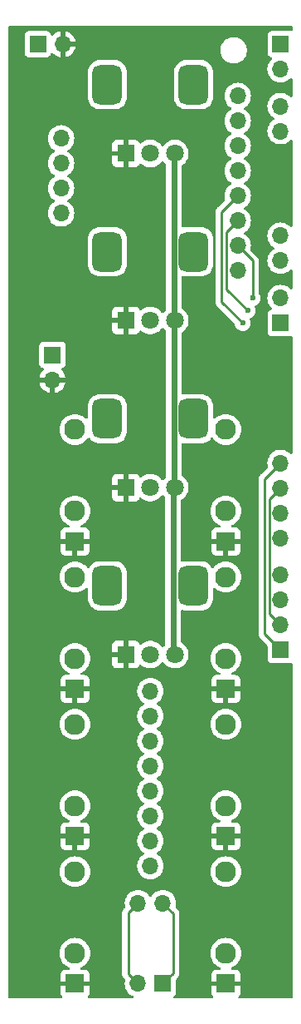
<source format=gbr>
%TF.GenerationSoftware,KiCad,Pcbnew,8.0.5*%
%TF.CreationDate,2024-12-18T11:45:47+00:00*%
%TF.ProjectId,EuroRackPotsJacks,4575726f-5261-4636-9b50-6f74734a6163,rev?*%
%TF.SameCoordinates,Original*%
%TF.FileFunction,Copper,L2,Bot*%
%TF.FilePolarity,Positive*%
%FSLAX46Y46*%
G04 Gerber Fmt 4.6, Leading zero omitted, Abs format (unit mm)*
G04 Created by KiCad (PCBNEW 8.0.5) date 2024-12-18 11:45:47*
%MOMM*%
%LPD*%
G01*
G04 APERTURE LIST*
G04 Aperture macros list*
%AMRoundRect*
0 Rectangle with rounded corners*
0 $1 Rounding radius*
0 $2 $3 $4 $5 $6 $7 $8 $9 X,Y pos of 4 corners*
0 Add a 4 corners polygon primitive as box body*
4,1,4,$2,$3,$4,$5,$6,$7,$8,$9,$2,$3,0*
0 Add four circle primitives for the rounded corners*
1,1,$1+$1,$2,$3*
1,1,$1+$1,$4,$5*
1,1,$1+$1,$6,$7*
1,1,$1+$1,$8,$9*
0 Add four rect primitives between the rounded corners*
20,1,$1+$1,$2,$3,$4,$5,0*
20,1,$1+$1,$4,$5,$6,$7,0*
20,1,$1+$1,$6,$7,$8,$9,0*
20,1,$1+$1,$8,$9,$2,$3,0*%
G04 Aperture macros list end*
%TA.AperFunction,ComponentPad*%
%ADD10O,1.700000X1.700000*%
%TD*%
%TA.AperFunction,ComponentPad*%
%ADD11R,1.700000X1.700000*%
%TD*%
%TA.AperFunction,ComponentPad*%
%ADD12R,1.930000X1.830000*%
%TD*%
%TA.AperFunction,ComponentPad*%
%ADD13C,2.130000*%
%TD*%
%TA.AperFunction,ComponentPad*%
%ADD14R,1.800000X1.800000*%
%TD*%
%TA.AperFunction,ComponentPad*%
%ADD15C,1.800000*%
%TD*%
%TA.AperFunction,ComponentPad*%
%ADD16RoundRect,0.750000X0.750000X-1.250000X0.750000X1.250000X-0.750000X1.250000X-0.750000X-1.250000X0*%
%TD*%
%TA.AperFunction,ViaPad*%
%ADD17C,0.600000*%
%TD*%
%TA.AperFunction,Conductor*%
%ADD18C,0.250000*%
%TD*%
%TA.AperFunction,Conductor*%
%ADD19C,0.600000*%
%TD*%
G04 APERTURE END LIST*
D10*
%TO.P,J15,1,Pin_1*%
%TO.N,Net-(J15-Pin_1)*%
X65000000Y-136000000D03*
%TO.P,J15,2,Pin_2*%
%TO.N,Net-(J15-Pin_2)*%
X65000000Y-133460000D03*
%TO.P,J15,3,Pin_3*%
%TO.N,Net-(J15-Pin_3)*%
X65000000Y-130920000D03*
%TO.P,J15,4,Pin_4*%
%TO.N,Net-(J15-Pin_4)*%
X65000000Y-128380000D03*
%TO.P,J15,5,Pin_5*%
%TO.N,Net-(J15-Pin_5)*%
X65000000Y-125840000D03*
%TO.P,J15,6,Pin_6*%
%TO.N,Net-(J15-Pin_6)*%
X65000000Y-123300000D03*
%TO.P,J15,7,Pin_7*%
%TO.N,Net-(J15-Pin_7)*%
X65000000Y-120760000D03*
%TO.P,J15,8,Pin_8*%
%TO.N,Net-(J15-Pin_8)*%
X65000000Y-118220000D03*
%TD*%
%TO.P,J22,1,Pin_1*%
%TO.N,Net-(J22-Pin_1)*%
X66270000Y-139800000D03*
%TO.P,J22,2,Pin_2*%
%TO.N,Net-(J22-Pin_2)*%
X63730000Y-139800000D03*
%TD*%
%TO.P,J19,1,Pin_1*%
%TO.N,Net-(J19-Pin_1)*%
X78300000Y-95000000D03*
%TO.P,J19,2,Pin_2*%
%TO.N,Net-(J19-Pin_2)*%
X78300000Y-97540000D03*
%TO.P,J19,3,Pin_3*%
%TO.N,Net-(J19-Pin_3)*%
X78300000Y-100080000D03*
%TO.P,J19,4,Pin_4*%
%TO.N,Net-(J19-Pin_4)*%
X78300000Y-102620000D03*
%TD*%
%TO.P,J1,1,Pin_1*%
%TO.N,/RV1*%
X55880000Y-61976000D03*
%TO.P,J1,2,Pin_2*%
%TO.N,/RV2*%
X55880000Y-64516000D03*
%TO.P,J1,3,Pin_3*%
%TO.N,/RV3*%
X55880000Y-67056000D03*
%TO.P,J1,4,Pin_4*%
%TO.N,/RV4*%
X55880000Y-69596000D03*
%TD*%
%TO.P,J10,1,Pin_1*%
%TO.N,Net-(J10-Pin_1)*%
X73914000Y-75438000D03*
%TO.P,J10,2,Pin_2*%
%TO.N,Net-(J10-Pin_2)*%
X73914000Y-72898000D03*
%TO.P,J10,3,Pin_3*%
%TO.N,Net-(J10-Pin_3)*%
X73914000Y-70358000D03*
%TO.P,J10,4,Pin_4*%
%TO.N,Net-(J10-Pin_4)*%
X73914000Y-67818000D03*
%TO.P,J10,5,Pin_5*%
%TO.N,Net-(J10-Pin_5)*%
X73914000Y-65278000D03*
%TO.P,J10,6,Pin_6*%
%TO.N,Net-(J10-Pin_6)*%
X73914000Y-62738000D03*
%TO.P,J10,7,Pin_7*%
%TO.N,Net-(J10-Pin_7)*%
X73914000Y-60198000D03*
%TO.P,J10,8,Pin_8*%
%TO.N,Net-(J10-Pin_8)*%
X73914000Y-57658000D03*
%TD*%
%TO.P,J20,1,Pin_1*%
%TO.N,Net-(J20-Pin_1)*%
X78300000Y-61219000D03*
%TO.P,J20,2,Pin_2*%
%TO.N,Net-(J20-Pin_2)*%
X78300000Y-58679000D03*
%TD*%
D11*
%TO.P,J2,1,Pin_1*%
%TO.N,VCC*%
X53500000Y-52365000D03*
D10*
%TO.P,J2,2,Pin_2*%
%TO.N,GND*%
X56040000Y-52365000D03*
%TD*%
D12*
%TO.P,J14,S*%
%TO.N,GND*%
X72700000Y-133000000D03*
D13*
%TO.P,J14,T*%
%TO.N,Net-(J15-Pin_4)*%
X72700000Y-121600000D03*
%TO.P,J14,TN*%
%TO.N,Net-(J15-Pin_3)*%
X72700000Y-129900000D03*
%TD*%
D11*
%TO.P,J3,1,Pin_1*%
%TO.N,VCC*%
X55000000Y-84000000D03*
D10*
%TO.P,J3,2,Pin_2*%
%TO.N,GND*%
X55000000Y-86540000D03*
%TD*%
D14*
%TO.P,RV3,1,1*%
%TO.N,GND*%
X62500000Y-97500000D03*
D15*
%TO.P,RV3,2,2*%
%TO.N,/RV3*%
X65000000Y-97500000D03*
%TO.P,RV3,3,3*%
%TO.N,VCC*%
X67500000Y-97500000D03*
D16*
%TO.P,RV3,MP*%
%TO.N,N/C*%
X60600000Y-90500000D03*
X69400000Y-90500000D03*
%TD*%
D14*
%TO.P,RV1,1,1*%
%TO.N,GND*%
X62500000Y-63500000D03*
D15*
%TO.P,RV1,2,2*%
%TO.N,/RV1*%
X65000000Y-63500000D03*
%TO.P,RV1,3,3*%
%TO.N,VCC*%
X67500000Y-63500000D03*
D16*
%TO.P,RV1,MP*%
%TO.N,N/C*%
X60600000Y-56500000D03*
X69400000Y-56500000D03*
%TD*%
D11*
%TO.P,J4,1,Pin_1*%
%TO.N,Net-(J22-Pin_1)*%
X66270000Y-148000000D03*
D10*
%TO.P,J4,2,Pin_2*%
%TO.N,Net-(J22-Pin_2)*%
X63730000Y-148000000D03*
%TD*%
D12*
%TO.P,J16,S*%
%TO.N,GND*%
X72700000Y-118000000D03*
D13*
%TO.P,J16,T*%
%TO.N,Net-(J15-Pin_6)*%
X72700000Y-106600000D03*
%TO.P,J16,TN*%
%TO.N,Net-(J15-Pin_5)*%
X72700000Y-114900000D03*
%TD*%
D11*
%TO.P,J6,1,Pin_1*%
%TO.N,Net-(J20-Pin_1)*%
X78300000Y-52365000D03*
D10*
%TO.P,J6,2,Pin_2*%
%TO.N,Net-(J20-Pin_2)*%
X78300000Y-54905000D03*
%TD*%
D12*
%TO.P,J17,S*%
%TO.N,GND*%
X72700000Y-103000000D03*
D13*
%TO.P,J17,T*%
%TO.N,Net-(J15-Pin_8)*%
X72700000Y-91600000D03*
%TO.P,J17,TN*%
%TO.N,Net-(J15-Pin_7)*%
X72700000Y-99900000D03*
%TD*%
D12*
%TO.P,J13,S*%
%TO.N,GND*%
X72700000Y-148000000D03*
D13*
%TO.P,J13,T*%
%TO.N,Net-(J15-Pin_2)*%
X72700000Y-136600000D03*
%TO.P,J13,TN*%
%TO.N,Net-(J15-Pin_1)*%
X72700000Y-144900000D03*
%TD*%
D11*
%TO.P,J7,1,Pin_1*%
%TO.N,Net-(J19-Pin_1)*%
X78300000Y-114040000D03*
D10*
%TO.P,J7,2,Pin_2*%
%TO.N,Net-(J19-Pin_2)*%
X78300000Y-111500000D03*
%TO.P,J7,3,Pin_3*%
%TO.N,Net-(J19-Pin_3)*%
X78300000Y-108960000D03*
%TO.P,J7,4,Pin_4*%
%TO.N,Net-(J19-Pin_4)*%
X78300000Y-106420000D03*
%TD*%
D14*
%TO.P,RV2,1,1*%
%TO.N,GND*%
X62500000Y-80500000D03*
D15*
%TO.P,RV2,2,2*%
%TO.N,/RV2*%
X65000000Y-80500000D03*
%TO.P,RV2,3,3*%
%TO.N,VCC*%
X67500000Y-80500000D03*
D16*
%TO.P,RV2,MP*%
%TO.N,N/C*%
X60600000Y-73500000D03*
X69400000Y-73500000D03*
%TD*%
D14*
%TO.P,RV4,1,1*%
%TO.N,GND*%
X62500000Y-114500000D03*
D15*
%TO.P,RV4,2,2*%
%TO.N,/RV4*%
X65000000Y-114500000D03*
%TO.P,RV4,3,3*%
%TO.N,VCC*%
X67500000Y-114500000D03*
D16*
%TO.P,RV4,MP*%
%TO.N,N/C*%
X60600000Y-107500000D03*
X69400000Y-107500000D03*
%TD*%
D12*
%TO.P,J11,S*%
%TO.N,GND*%
X57300000Y-118000000D03*
D13*
%TO.P,J11,T*%
%TO.N,Net-(J10-Pin_6)*%
X57300000Y-106600000D03*
%TO.P,J11,TN*%
%TO.N,Net-(J10-Pin_5)*%
X57300000Y-114900000D03*
%TD*%
D11*
%TO.P,J5,1,Pin_1*%
%TO.N,Net-(J21-Pin_1)*%
X78300000Y-80760000D03*
D10*
%TO.P,J5,2,Pin_2*%
%TO.N,Net-(J21-Pin_2)*%
X78300000Y-78220000D03*
%TD*%
D12*
%TO.P,J12,S*%
%TO.N,GND*%
X57300000Y-103000000D03*
D13*
%TO.P,J12,T*%
%TO.N,Net-(J10-Pin_8)*%
X57300000Y-91600000D03*
%TO.P,J12,TN*%
%TO.N,Net-(J10-Pin_7)*%
X57300000Y-99900000D03*
%TD*%
D12*
%TO.P,J8,S*%
%TO.N,GND*%
X57300000Y-148000000D03*
D13*
%TO.P,J8,T*%
%TO.N,Net-(J10-Pin_2)*%
X57300000Y-136600000D03*
%TO.P,J8,TN*%
%TO.N,Net-(J10-Pin_1)*%
X57300000Y-144900000D03*
%TD*%
D12*
%TO.P,J9,S*%
%TO.N,GND*%
X57300000Y-133000000D03*
D13*
%TO.P,J9,T*%
%TO.N,Net-(J10-Pin_4)*%
X57300000Y-121600000D03*
%TO.P,J9,TN*%
%TO.N,Net-(J10-Pin_3)*%
X57300000Y-129900000D03*
%TD*%
D10*
%TO.P,J21,1,Pin_1*%
%TO.N,Net-(J21-Pin_1)*%
X78300000Y-71877000D03*
%TO.P,J21,2,Pin_2*%
%TO.N,Net-(J21-Pin_2)*%
X78300000Y-74417000D03*
%TD*%
D17*
%TO.N,Net-(J10-Pin_4)*%
X74422000Y-80772000D03*
%TO.N,Net-(J10-Pin_2)*%
X75438000Y-78232000D03*
%TO.N,Net-(J10-Pin_3)*%
X74930000Y-79502000D03*
%TD*%
D18*
%TO.N,Net-(J10-Pin_4)*%
X72289000Y-78639000D02*
X74422000Y-80772000D01*
X72289000Y-78232000D02*
X72289000Y-78639000D01*
X72289000Y-69443000D02*
X72289000Y-78232000D01*
%TO.N,Net-(J10-Pin_3)*%
X72739000Y-77311000D02*
X74930000Y-79502000D01*
X72739000Y-71533000D02*
X72739000Y-77311000D01*
X73914000Y-70358000D02*
X72739000Y-71533000D01*
%TO.N,Net-(J10-Pin_4)*%
X73914000Y-67818000D02*
X72289000Y-69443000D01*
%TO.N,Net-(J10-Pin_2)*%
X75438000Y-74422000D02*
X75438000Y-78232000D01*
X73914000Y-72898000D02*
X75438000Y-74422000D01*
%TO.N,Net-(J19-Pin_1)*%
X76675000Y-96625000D02*
X76675000Y-112415000D01*
X76675000Y-112415000D02*
X78300000Y-114040000D01*
X78300000Y-95000000D02*
X76675000Y-96625000D01*
%TO.N,Net-(J19-Pin_2)*%
X77125000Y-110325000D02*
X78300000Y-111500000D01*
X78300000Y-97540000D02*
X77125000Y-98715000D01*
X77125000Y-98715000D02*
X77125000Y-110325000D01*
D19*
%TO.N,VCC*%
X67500000Y-80500000D02*
X67400000Y-80400000D01*
X67400000Y-80400000D02*
X67400000Y-63600000D01*
X67310000Y-63310000D02*
X67500000Y-63500000D01*
X67310000Y-114310000D02*
X67500000Y-114500000D01*
X67400000Y-63600000D02*
X67500000Y-63500000D01*
X67400000Y-84074000D02*
X67400000Y-97400000D01*
X67500000Y-97500000D02*
X67310000Y-97690000D01*
X67310000Y-97690000D02*
X67310000Y-114310000D01*
X67400000Y-80600000D02*
X67400000Y-84074000D01*
X67500000Y-80500000D02*
X67400000Y-80600000D01*
X67400000Y-97400000D02*
X67500000Y-97500000D01*
D18*
%TO.N,Net-(J22-Pin_2)*%
X62738000Y-147008000D02*
X63730000Y-148000000D01*
X62738000Y-140792000D02*
X62738000Y-147008000D01*
X63730000Y-139800000D02*
X62738000Y-140792000D01*
%TO.N,Net-(J22-Pin_1)*%
X67310000Y-140840000D02*
X67310000Y-146960000D01*
X66270000Y-139800000D02*
X67310000Y-140840000D01*
X67310000Y-146960000D02*
X66270000Y-148000000D01*
%TO.N,Net-(J21-Pin_1)*%
X78293000Y-80767000D02*
X78300000Y-80760000D01*
%TD*%
%TA.AperFunction,Conductor*%
%TO.N,GND*%
G36*
X79442539Y-50520185D02*
G01*
X79488294Y-50572989D01*
X79499500Y-50624500D01*
X79499500Y-50932581D01*
X79479815Y-50999620D01*
X79427011Y-51045375D01*
X79357853Y-51055319D01*
X79332168Y-51048763D01*
X79257485Y-51020909D01*
X79257483Y-51020908D01*
X79197883Y-51014501D01*
X79197881Y-51014500D01*
X79197873Y-51014500D01*
X79197864Y-51014500D01*
X77402129Y-51014500D01*
X77402123Y-51014501D01*
X77342516Y-51020908D01*
X77207671Y-51071202D01*
X77207664Y-51071206D01*
X77092455Y-51157452D01*
X77092452Y-51157455D01*
X77006206Y-51272664D01*
X77006202Y-51272671D01*
X76955908Y-51407517D01*
X76949501Y-51467116D01*
X76949500Y-51467135D01*
X76949500Y-53262870D01*
X76949501Y-53262876D01*
X76955908Y-53322483D01*
X77006202Y-53457328D01*
X77006206Y-53457335D01*
X77092452Y-53572544D01*
X77092455Y-53572547D01*
X77207664Y-53658793D01*
X77207671Y-53658797D01*
X77339081Y-53707810D01*
X77395015Y-53749681D01*
X77419432Y-53815145D01*
X77404580Y-53883418D01*
X77383430Y-53911673D01*
X77261503Y-54033600D01*
X77125965Y-54227169D01*
X77125964Y-54227171D01*
X77026098Y-54441335D01*
X77026094Y-54441344D01*
X76964938Y-54669586D01*
X76964936Y-54669596D01*
X76944341Y-54904999D01*
X76944341Y-54905000D01*
X76964936Y-55140403D01*
X76964938Y-55140413D01*
X77026094Y-55368655D01*
X77026096Y-55368659D01*
X77026097Y-55368663D01*
X77100500Y-55528220D01*
X77125965Y-55582830D01*
X77125967Y-55582834D01*
X77234281Y-55737521D01*
X77261505Y-55776401D01*
X77428599Y-55943495D01*
X77525384Y-56011265D01*
X77622165Y-56079032D01*
X77622167Y-56079033D01*
X77622170Y-56079035D01*
X77836337Y-56178903D01*
X78064592Y-56240063D01*
X78252918Y-56256539D01*
X78299999Y-56260659D01*
X78300000Y-56260659D01*
X78300001Y-56260659D01*
X78339234Y-56257226D01*
X78535408Y-56240063D01*
X78763663Y-56178903D01*
X78977830Y-56079035D01*
X79171401Y-55943495D01*
X79287819Y-55827077D01*
X79349142Y-55793592D01*
X79418834Y-55798576D01*
X79474767Y-55840448D01*
X79499184Y-55905912D01*
X79499500Y-55914758D01*
X79499500Y-57669241D01*
X79479815Y-57736280D01*
X79427011Y-57782035D01*
X79357853Y-57791979D01*
X79294297Y-57762954D01*
X79287819Y-57756923D01*
X79267176Y-57736280D01*
X79171401Y-57640505D01*
X79171397Y-57640502D01*
X79171396Y-57640501D01*
X78977834Y-57504967D01*
X78977830Y-57504965D01*
X78977828Y-57504964D01*
X78763663Y-57405097D01*
X78763659Y-57405096D01*
X78763655Y-57405094D01*
X78535413Y-57343938D01*
X78535403Y-57343936D01*
X78300001Y-57323341D01*
X78299999Y-57323341D01*
X78064596Y-57343936D01*
X78064586Y-57343938D01*
X77836344Y-57405094D01*
X77836335Y-57405098D01*
X77622171Y-57504964D01*
X77622169Y-57504965D01*
X77428597Y-57640505D01*
X77261505Y-57807597D01*
X77125965Y-58001169D01*
X77125964Y-58001171D01*
X77026098Y-58215335D01*
X77026094Y-58215344D01*
X76964938Y-58443586D01*
X76964936Y-58443596D01*
X76944341Y-58678999D01*
X76944341Y-58679000D01*
X76964936Y-58914403D01*
X76964938Y-58914413D01*
X77026094Y-59142655D01*
X77026096Y-59142659D01*
X77026097Y-59142663D01*
X77100500Y-59302220D01*
X77125965Y-59356830D01*
X77125967Y-59356834D01*
X77261501Y-59550395D01*
X77261506Y-59550402D01*
X77428597Y-59717493D01*
X77428603Y-59717498D01*
X77614158Y-59847425D01*
X77657783Y-59902002D01*
X77664977Y-59971500D01*
X77633454Y-60033855D01*
X77614158Y-60050575D01*
X77428597Y-60180505D01*
X77261505Y-60347597D01*
X77125965Y-60541169D01*
X77125964Y-60541171D01*
X77026098Y-60755335D01*
X77026094Y-60755344D01*
X76964938Y-60983586D01*
X76964936Y-60983596D01*
X76944341Y-61218999D01*
X76944341Y-61219000D01*
X76964936Y-61454403D01*
X76964938Y-61454413D01*
X77026094Y-61682655D01*
X77026096Y-61682659D01*
X77026097Y-61682663D01*
X77053107Y-61740586D01*
X77125965Y-61896830D01*
X77125967Y-61896834D01*
X77181400Y-61976000D01*
X77261505Y-62090401D01*
X77428599Y-62257495D01*
X77452652Y-62274337D01*
X77622165Y-62393032D01*
X77622167Y-62393033D01*
X77622170Y-62393035D01*
X77836337Y-62492903D01*
X78064592Y-62554063D01*
X78252918Y-62570539D01*
X78299999Y-62574659D01*
X78300000Y-62574659D01*
X78300001Y-62574659D01*
X78339234Y-62571226D01*
X78535408Y-62554063D01*
X78763663Y-62492903D01*
X78977830Y-62393035D01*
X79171401Y-62257495D01*
X79287819Y-62141077D01*
X79349142Y-62107592D01*
X79418834Y-62112576D01*
X79474767Y-62154448D01*
X79499184Y-62219912D01*
X79499500Y-62228758D01*
X79499500Y-70867241D01*
X79479815Y-70934280D01*
X79427011Y-70980035D01*
X79357853Y-70989979D01*
X79294297Y-70960954D01*
X79287819Y-70954923D01*
X79247451Y-70914555D01*
X79171401Y-70838505D01*
X79171397Y-70838502D01*
X79171396Y-70838501D01*
X78977834Y-70702967D01*
X78977830Y-70702965D01*
X78831002Y-70634498D01*
X78763663Y-70603097D01*
X78763659Y-70603096D01*
X78763655Y-70603094D01*
X78535413Y-70541938D01*
X78535403Y-70541936D01*
X78300001Y-70521341D01*
X78299999Y-70521341D01*
X78064596Y-70541936D01*
X78064586Y-70541938D01*
X77836344Y-70603094D01*
X77836335Y-70603098D01*
X77622171Y-70702964D01*
X77622169Y-70702965D01*
X77428597Y-70838505D01*
X77261505Y-71005597D01*
X77125965Y-71199169D01*
X77125964Y-71199171D01*
X77026098Y-71413335D01*
X77026094Y-71413344D01*
X76964938Y-71641586D01*
X76964936Y-71641596D01*
X76944341Y-71876999D01*
X76944341Y-71877000D01*
X76964936Y-72112403D01*
X76964938Y-72112413D01*
X77026094Y-72340655D01*
X77026096Y-72340659D01*
X77026097Y-72340663D01*
X77100500Y-72500220D01*
X77125965Y-72554830D01*
X77125967Y-72554834D01*
X77261501Y-72748395D01*
X77261506Y-72748402D01*
X77428597Y-72915493D01*
X77428603Y-72915498D01*
X77614158Y-73045425D01*
X77657783Y-73100002D01*
X77664977Y-73169500D01*
X77633454Y-73231855D01*
X77614158Y-73248575D01*
X77428597Y-73378505D01*
X77261505Y-73545597D01*
X77125965Y-73739169D01*
X77125964Y-73739171D01*
X77026098Y-73953335D01*
X77026094Y-73953344D01*
X76964938Y-74181586D01*
X76964936Y-74181596D01*
X76944341Y-74416999D01*
X76944341Y-74417000D01*
X76964936Y-74652403D01*
X76964938Y-74652413D01*
X77026094Y-74880655D01*
X77026096Y-74880659D01*
X77026097Y-74880663D01*
X77056757Y-74946413D01*
X77125965Y-75094830D01*
X77125967Y-75094834D01*
X77234281Y-75249521D01*
X77261505Y-75288401D01*
X77428599Y-75455495D01*
X77525384Y-75523265D01*
X77622165Y-75591032D01*
X77622167Y-75591033D01*
X77622170Y-75591035D01*
X77836337Y-75690903D01*
X78064592Y-75752063D01*
X78252918Y-75768539D01*
X78299999Y-75772659D01*
X78300000Y-75772659D01*
X78300001Y-75772659D01*
X78339234Y-75769226D01*
X78535408Y-75752063D01*
X78763663Y-75690903D01*
X78977830Y-75591035D01*
X79171401Y-75455495D01*
X79287819Y-75339077D01*
X79349142Y-75305592D01*
X79418834Y-75310576D01*
X79474767Y-75352448D01*
X79499184Y-75417912D01*
X79499500Y-75426758D01*
X79499500Y-77210241D01*
X79479815Y-77277280D01*
X79427011Y-77323035D01*
X79357853Y-77332979D01*
X79294297Y-77303954D01*
X79287819Y-77297923D01*
X79267176Y-77277280D01*
X79171401Y-77181505D01*
X79171397Y-77181502D01*
X79171396Y-77181501D01*
X78977834Y-77045967D01*
X78977830Y-77045965D01*
X78880433Y-77000548D01*
X78763663Y-76946097D01*
X78763659Y-76946096D01*
X78763655Y-76946094D01*
X78535413Y-76884938D01*
X78535403Y-76884936D01*
X78300001Y-76864341D01*
X78299999Y-76864341D01*
X78064596Y-76884936D01*
X78064586Y-76884938D01*
X77836344Y-76946094D01*
X77836335Y-76946098D01*
X77622171Y-77045964D01*
X77622169Y-77045965D01*
X77428597Y-77181505D01*
X77261505Y-77348597D01*
X77125965Y-77542169D01*
X77125964Y-77542171D01*
X77026098Y-77756335D01*
X77026094Y-77756344D01*
X76964938Y-77984586D01*
X76964936Y-77984596D01*
X76944341Y-78219999D01*
X76944341Y-78220000D01*
X76964936Y-78455403D01*
X76964938Y-78455413D01*
X77026094Y-78683655D01*
X77026096Y-78683659D01*
X77026097Y-78683663D01*
X77100500Y-78843220D01*
X77125965Y-78897830D01*
X77125967Y-78897834D01*
X77261501Y-79091395D01*
X77261506Y-79091402D01*
X77383430Y-79213326D01*
X77416915Y-79274649D01*
X77411931Y-79344341D01*
X77370059Y-79400274D01*
X77339083Y-79417189D01*
X77207669Y-79466203D01*
X77207664Y-79466206D01*
X77092455Y-79552452D01*
X77092452Y-79552455D01*
X77006206Y-79667664D01*
X77006202Y-79667671D01*
X76955908Y-79802517D01*
X76949501Y-79862116D01*
X76949500Y-79862135D01*
X76949500Y-81657870D01*
X76949501Y-81657876D01*
X76955908Y-81717483D01*
X77006202Y-81852328D01*
X77006206Y-81852335D01*
X77092452Y-81967544D01*
X77092455Y-81967547D01*
X77207664Y-82053793D01*
X77207671Y-82053797D01*
X77342517Y-82104091D01*
X77342516Y-82104091D01*
X77348525Y-82104737D01*
X77402127Y-82110500D01*
X79197872Y-82110499D01*
X79257483Y-82104091D01*
X79332167Y-82076236D01*
X79401859Y-82071252D01*
X79463182Y-82104737D01*
X79496666Y-82166061D01*
X79499500Y-82192418D01*
X79499500Y-93990241D01*
X79479815Y-94057280D01*
X79427011Y-94103035D01*
X79357853Y-94112979D01*
X79294297Y-94083954D01*
X79287819Y-94077923D01*
X79267176Y-94057280D01*
X79171401Y-93961505D01*
X79171397Y-93961502D01*
X79171396Y-93961501D01*
X78977834Y-93825967D01*
X78977830Y-93825965D01*
X78977828Y-93825964D01*
X78763663Y-93726097D01*
X78763659Y-93726096D01*
X78763655Y-93726094D01*
X78535413Y-93664938D01*
X78535403Y-93664936D01*
X78300001Y-93644341D01*
X78299999Y-93644341D01*
X78064596Y-93664936D01*
X78064586Y-93664938D01*
X77836344Y-93726094D01*
X77836335Y-93726098D01*
X77622171Y-93825964D01*
X77622169Y-93825965D01*
X77428597Y-93961505D01*
X77261505Y-94128597D01*
X77125965Y-94322169D01*
X77125964Y-94322171D01*
X77026098Y-94536335D01*
X77026094Y-94536344D01*
X76964938Y-94764586D01*
X76964936Y-94764596D01*
X76944341Y-94999999D01*
X76944341Y-95000000D01*
X76964936Y-95235403D01*
X76964938Y-95235413D01*
X76991856Y-95335872D01*
X76990193Y-95405722D01*
X76959762Y-95455646D01*
X76544008Y-95871401D01*
X76276270Y-96139139D01*
X76276267Y-96139142D01*
X76246984Y-96168425D01*
X76189142Y-96226266D01*
X76157314Y-96273901D01*
X76157313Y-96273902D01*
X76120690Y-96328709D01*
X76120685Y-96328718D01*
X76087347Y-96409207D01*
X76081823Y-96422543D01*
X76073537Y-96442545D01*
X76073535Y-96442553D01*
X76049500Y-96563389D01*
X76049500Y-112476611D01*
X76073535Y-112597444D01*
X76073540Y-112597461D01*
X76120685Y-112711280D01*
X76120690Y-112711289D01*
X76144019Y-112746202D01*
X76144020Y-112746204D01*
X76189141Y-112813732D01*
X76189144Y-112813736D01*
X76280586Y-112905178D01*
X76280608Y-112905198D01*
X76913181Y-113537771D01*
X76946666Y-113599094D01*
X76949500Y-113625452D01*
X76949500Y-114937870D01*
X76949501Y-114937876D01*
X76955908Y-114997483D01*
X77006202Y-115132328D01*
X77006206Y-115132335D01*
X77092452Y-115247544D01*
X77092455Y-115247547D01*
X77207664Y-115333793D01*
X77207671Y-115333797D01*
X77342517Y-115384091D01*
X77342516Y-115384091D01*
X77348525Y-115384737D01*
X77402127Y-115390500D01*
X79197872Y-115390499D01*
X79257483Y-115384091D01*
X79313637Y-115363147D01*
X79332167Y-115356236D01*
X79401859Y-115351252D01*
X79463182Y-115384737D01*
X79496666Y-115446061D01*
X79499500Y-115472418D01*
X79499500Y-149375500D01*
X79479815Y-149442539D01*
X79427011Y-149488294D01*
X79375500Y-149499500D01*
X74091097Y-149499500D01*
X74024058Y-149479815D01*
X73978303Y-149427011D01*
X73968359Y-149357853D01*
X73997384Y-149294297D01*
X74016786Y-149276233D01*
X74022190Y-149272186D01*
X74108350Y-149157093D01*
X74108354Y-149157086D01*
X74158596Y-149022379D01*
X74158598Y-149022372D01*
X74164999Y-148962844D01*
X74165000Y-148962827D01*
X74165000Y-148250000D01*
X73256706Y-148250000D01*
X73286558Y-148177931D01*
X73310000Y-148060080D01*
X73310000Y-147939920D01*
X73286558Y-147822069D01*
X73256706Y-147750000D01*
X74165000Y-147750000D01*
X74165000Y-147037172D01*
X74164999Y-147037155D01*
X74158598Y-146977627D01*
X74158596Y-146977620D01*
X74108354Y-146842913D01*
X74108350Y-146842906D01*
X74022190Y-146727812D01*
X74022187Y-146727809D01*
X73907093Y-146641649D01*
X73907086Y-146641645D01*
X73772379Y-146591403D01*
X73772372Y-146591401D01*
X73712844Y-146585000D01*
X73346291Y-146585000D01*
X73279252Y-146565315D01*
X73233497Y-146512511D01*
X73223553Y-146443353D01*
X73252578Y-146379797D01*
X73298838Y-146346439D01*
X73412920Y-146299184D01*
X73623018Y-146170436D01*
X73623020Y-146170435D01*
X73623020Y-146170434D01*
X73623023Y-146170433D01*
X73810399Y-146010399D01*
X73970433Y-145823023D01*
X74099184Y-145612920D01*
X74193483Y-145385262D01*
X74251007Y-145145655D01*
X74270341Y-144900000D01*
X74251007Y-144654345D01*
X74193483Y-144414738D01*
X74099184Y-144187080D01*
X74099184Y-144187079D01*
X73970436Y-143976981D01*
X73970435Y-143976979D01*
X73890818Y-143883760D01*
X73810399Y-143789601D01*
X73683928Y-143681585D01*
X73623020Y-143629564D01*
X73623018Y-143629563D01*
X73412920Y-143500815D01*
X73185264Y-143406517D01*
X72945658Y-143348993D01*
X72700000Y-143329659D01*
X72454341Y-143348993D01*
X72214735Y-143406517D01*
X71987079Y-143500815D01*
X71776981Y-143629563D01*
X71776979Y-143629564D01*
X71589601Y-143789601D01*
X71429564Y-143976979D01*
X71429563Y-143976981D01*
X71300815Y-144187079D01*
X71206517Y-144414735D01*
X71148993Y-144654341D01*
X71129659Y-144900000D01*
X71148993Y-145145658D01*
X71206517Y-145385264D01*
X71300815Y-145612920D01*
X71429563Y-145823018D01*
X71429564Y-145823020D01*
X71429567Y-145823023D01*
X71589601Y-146010399D01*
X71734648Y-146134280D01*
X71776979Y-146170435D01*
X71776981Y-146170436D01*
X71987080Y-146299184D01*
X71987079Y-146299184D01*
X72101162Y-146346439D01*
X72155565Y-146390280D01*
X72177630Y-146456574D01*
X72160351Y-146524274D01*
X72109213Y-146571884D01*
X72053709Y-146585000D01*
X71687155Y-146585000D01*
X71627627Y-146591401D01*
X71627620Y-146591403D01*
X71492913Y-146641645D01*
X71492906Y-146641649D01*
X71377812Y-146727809D01*
X71377809Y-146727812D01*
X71291649Y-146842906D01*
X71291645Y-146842913D01*
X71241403Y-146977620D01*
X71241401Y-146977627D01*
X71235000Y-147037155D01*
X71235000Y-147750000D01*
X72143294Y-147750000D01*
X72113442Y-147822069D01*
X72090000Y-147939920D01*
X72090000Y-148060080D01*
X72113442Y-148177931D01*
X72143294Y-148250000D01*
X71235000Y-148250000D01*
X71235000Y-148962844D01*
X71241401Y-149022372D01*
X71241403Y-149022379D01*
X71291645Y-149157086D01*
X71291649Y-149157093D01*
X71377809Y-149272186D01*
X71383214Y-149276233D01*
X71425085Y-149332167D01*
X71430069Y-149401859D01*
X71396584Y-149463182D01*
X71335260Y-149496666D01*
X71308903Y-149499500D01*
X67460103Y-149499500D01*
X67393064Y-149479815D01*
X67347309Y-149427011D01*
X67337365Y-149357853D01*
X67366390Y-149294297D01*
X67385792Y-149276234D01*
X67445240Y-149231730D01*
X67477546Y-149207546D01*
X67563796Y-149092331D01*
X67614091Y-148957483D01*
X67620500Y-148897873D01*
X67620499Y-147585450D01*
X67640184Y-147518412D01*
X67656813Y-147497775D01*
X67708729Y-147445860D01*
X67708733Y-147445858D01*
X67795858Y-147358733D01*
X67832238Y-147304286D01*
X67864312Y-147256286D01*
X67911463Y-147142451D01*
X67935500Y-147021607D01*
X67935500Y-146898393D01*
X67935500Y-140778394D01*
X67911463Y-140657548D01*
X67891581Y-140609548D01*
X67864312Y-140543714D01*
X67830084Y-140492490D01*
X67795858Y-140441267D01*
X67795856Y-140441264D01*
X67705637Y-140351045D01*
X67705606Y-140351016D01*
X67610237Y-140255647D01*
X67576752Y-140194324D01*
X67578143Y-140135872D01*
X67605063Y-140035408D01*
X67625659Y-139800000D01*
X67605063Y-139564592D01*
X67543903Y-139336337D01*
X67444035Y-139122171D01*
X67438425Y-139114158D01*
X67308494Y-138928597D01*
X67141402Y-138761506D01*
X67141395Y-138761501D01*
X66947834Y-138625967D01*
X66947830Y-138625965D01*
X66947828Y-138625964D01*
X66733663Y-138526097D01*
X66733659Y-138526096D01*
X66733655Y-138526094D01*
X66505413Y-138464938D01*
X66505403Y-138464936D01*
X66270001Y-138444341D01*
X66269999Y-138444341D01*
X66034596Y-138464936D01*
X66034586Y-138464938D01*
X65806344Y-138526094D01*
X65806335Y-138526098D01*
X65592171Y-138625964D01*
X65592169Y-138625965D01*
X65398597Y-138761505D01*
X65231505Y-138928597D01*
X65101575Y-139114158D01*
X65046998Y-139157783D01*
X64977500Y-139164977D01*
X64915145Y-139133454D01*
X64898425Y-139114158D01*
X64768494Y-138928597D01*
X64601402Y-138761506D01*
X64601395Y-138761501D01*
X64407834Y-138625967D01*
X64407830Y-138625965D01*
X64407828Y-138625964D01*
X64193663Y-138526097D01*
X64193659Y-138526096D01*
X64193655Y-138526094D01*
X63965413Y-138464938D01*
X63965403Y-138464936D01*
X63730001Y-138444341D01*
X63729999Y-138444341D01*
X63494596Y-138464936D01*
X63494586Y-138464938D01*
X63266344Y-138526094D01*
X63266335Y-138526098D01*
X63052171Y-138625964D01*
X63052169Y-138625965D01*
X62858597Y-138761505D01*
X62691505Y-138928597D01*
X62555965Y-139122169D01*
X62555964Y-139122171D01*
X62456098Y-139336335D01*
X62456094Y-139336344D01*
X62394938Y-139564586D01*
X62394936Y-139564596D01*
X62374341Y-139799999D01*
X62374341Y-139800000D01*
X62394936Y-140035403D01*
X62394938Y-140035413D01*
X62421856Y-140135872D01*
X62420193Y-140205722D01*
X62389763Y-140255645D01*
X62339271Y-140306138D01*
X62339270Y-140306139D01*
X62339267Y-140306142D01*
X62295704Y-140349704D01*
X62252142Y-140393266D01*
X62237220Y-140415598D01*
X62222398Y-140437782D01*
X62183687Y-140495715D01*
X62183685Y-140495718D01*
X62136540Y-140609538D01*
X62136535Y-140609554D01*
X62121204Y-140686633D01*
X62112500Y-140730389D01*
X62112500Y-147069611D01*
X62136535Y-147190444D01*
X62136540Y-147190461D01*
X62183685Y-147304281D01*
X62183687Y-147304285D01*
X62195639Y-147322171D01*
X62195640Y-147322173D01*
X62252141Y-147406732D01*
X62252144Y-147406736D01*
X62343586Y-147498178D01*
X62343608Y-147498198D01*
X62389762Y-147544352D01*
X62423247Y-147605675D01*
X62421856Y-147664126D01*
X62394938Y-147764586D01*
X62394936Y-147764596D01*
X62374341Y-147999999D01*
X62374341Y-148000000D01*
X62394936Y-148235403D01*
X62394938Y-148235413D01*
X62456094Y-148463655D01*
X62456096Y-148463659D01*
X62456097Y-148463663D01*
X62491962Y-148540575D01*
X62555965Y-148677830D01*
X62555967Y-148677834D01*
X62664281Y-148832521D01*
X62691505Y-148871401D01*
X62858599Y-149038495D01*
X62955384Y-149106265D01*
X63052165Y-149174032D01*
X63052167Y-149174033D01*
X63052170Y-149174035D01*
X63124037Y-149207547D01*
X63243209Y-149263118D01*
X63295648Y-149309290D01*
X63314800Y-149376484D01*
X63294584Y-149443365D01*
X63241419Y-149488700D01*
X63190804Y-149499500D01*
X58691097Y-149499500D01*
X58624058Y-149479815D01*
X58578303Y-149427011D01*
X58568359Y-149357853D01*
X58597384Y-149294297D01*
X58616786Y-149276233D01*
X58622190Y-149272186D01*
X58708350Y-149157093D01*
X58708354Y-149157086D01*
X58758596Y-149022379D01*
X58758598Y-149022372D01*
X58764999Y-148962844D01*
X58765000Y-148962827D01*
X58765000Y-148250000D01*
X57856706Y-148250000D01*
X57886558Y-148177931D01*
X57910000Y-148060080D01*
X57910000Y-147939920D01*
X57886558Y-147822069D01*
X57856706Y-147750000D01*
X58765000Y-147750000D01*
X58765000Y-147037172D01*
X58764999Y-147037155D01*
X58758598Y-146977627D01*
X58758596Y-146977620D01*
X58708354Y-146842913D01*
X58708350Y-146842906D01*
X58622190Y-146727812D01*
X58622187Y-146727809D01*
X58507093Y-146641649D01*
X58507086Y-146641645D01*
X58372379Y-146591403D01*
X58372372Y-146591401D01*
X58312844Y-146585000D01*
X57946291Y-146585000D01*
X57879252Y-146565315D01*
X57833497Y-146512511D01*
X57823553Y-146443353D01*
X57852578Y-146379797D01*
X57898838Y-146346439D01*
X58012920Y-146299184D01*
X58223018Y-146170436D01*
X58223020Y-146170435D01*
X58223020Y-146170434D01*
X58223023Y-146170433D01*
X58410399Y-146010399D01*
X58570433Y-145823023D01*
X58699184Y-145612920D01*
X58793483Y-145385262D01*
X58851007Y-145145655D01*
X58870341Y-144900000D01*
X58851007Y-144654345D01*
X58793483Y-144414738D01*
X58699184Y-144187080D01*
X58699184Y-144187079D01*
X58570436Y-143976981D01*
X58570435Y-143976979D01*
X58490818Y-143883760D01*
X58410399Y-143789601D01*
X58283928Y-143681585D01*
X58223020Y-143629564D01*
X58223018Y-143629563D01*
X58012920Y-143500815D01*
X57785264Y-143406517D01*
X57545658Y-143348993D01*
X57300000Y-143329659D01*
X57054341Y-143348993D01*
X56814735Y-143406517D01*
X56587079Y-143500815D01*
X56376981Y-143629563D01*
X56376979Y-143629564D01*
X56189601Y-143789601D01*
X56029564Y-143976979D01*
X56029563Y-143976981D01*
X55900815Y-144187079D01*
X55806517Y-144414735D01*
X55748993Y-144654341D01*
X55729659Y-144900000D01*
X55748993Y-145145658D01*
X55806517Y-145385264D01*
X55900815Y-145612920D01*
X56029563Y-145823018D01*
X56029564Y-145823020D01*
X56029567Y-145823023D01*
X56189601Y-146010399D01*
X56334648Y-146134280D01*
X56376979Y-146170435D01*
X56376981Y-146170436D01*
X56587080Y-146299184D01*
X56587079Y-146299184D01*
X56701162Y-146346439D01*
X56755565Y-146390280D01*
X56777630Y-146456574D01*
X56760351Y-146524274D01*
X56709213Y-146571884D01*
X56653709Y-146585000D01*
X56287155Y-146585000D01*
X56227627Y-146591401D01*
X56227620Y-146591403D01*
X56092913Y-146641645D01*
X56092906Y-146641649D01*
X55977812Y-146727809D01*
X55977809Y-146727812D01*
X55891649Y-146842906D01*
X55891645Y-146842913D01*
X55841403Y-146977620D01*
X55841401Y-146977627D01*
X55835000Y-147037155D01*
X55835000Y-147750000D01*
X56743294Y-147750000D01*
X56713442Y-147822069D01*
X56690000Y-147939920D01*
X56690000Y-148060080D01*
X56713442Y-148177931D01*
X56743294Y-148250000D01*
X55835000Y-148250000D01*
X55835000Y-148962844D01*
X55841401Y-149022372D01*
X55841403Y-149022379D01*
X55891645Y-149157086D01*
X55891649Y-149157093D01*
X55977809Y-149272186D01*
X55983214Y-149276233D01*
X56025085Y-149332167D01*
X56030069Y-149401859D01*
X55996584Y-149463182D01*
X55935260Y-149496666D01*
X55908903Y-149499500D01*
X50624500Y-149499500D01*
X50557461Y-149479815D01*
X50511706Y-149427011D01*
X50500500Y-149375500D01*
X50500500Y-136600000D01*
X55729659Y-136600000D01*
X55748993Y-136845658D01*
X55806517Y-137085264D01*
X55900815Y-137312920D01*
X56029563Y-137523018D01*
X56029564Y-137523020D01*
X56029567Y-137523023D01*
X56189601Y-137710399D01*
X56334648Y-137834280D01*
X56376979Y-137870435D01*
X56376981Y-137870436D01*
X56587079Y-137999184D01*
X56814735Y-138093482D01*
X56814736Y-138093482D01*
X56814738Y-138093483D01*
X57054345Y-138151007D01*
X57300000Y-138170341D01*
X57545655Y-138151007D01*
X57785262Y-138093483D01*
X58012920Y-137999184D01*
X58223023Y-137870433D01*
X58410399Y-137710399D01*
X58570433Y-137523023D01*
X58699184Y-137312920D01*
X58793483Y-137085262D01*
X58851007Y-136845655D01*
X58870341Y-136600000D01*
X58851007Y-136354345D01*
X58793483Y-136114738D01*
X58699184Y-135887080D01*
X58699184Y-135887079D01*
X58570436Y-135676981D01*
X58570435Y-135676979D01*
X58450315Y-135536337D01*
X58410399Y-135489601D01*
X58286516Y-135383795D01*
X58223020Y-135329564D01*
X58223018Y-135329563D01*
X58012920Y-135200815D01*
X57785264Y-135106517D01*
X57545658Y-135048993D01*
X57300000Y-135029659D01*
X57054341Y-135048993D01*
X56814735Y-135106517D01*
X56587079Y-135200815D01*
X56376981Y-135329563D01*
X56376979Y-135329564D01*
X56189601Y-135489601D01*
X56029564Y-135676979D01*
X56029563Y-135676981D01*
X55900815Y-135887079D01*
X55806517Y-136114735D01*
X55748993Y-136354341D01*
X55729659Y-136600000D01*
X50500500Y-136600000D01*
X50500500Y-129900000D01*
X55729659Y-129900000D01*
X55748993Y-130145658D01*
X55806517Y-130385264D01*
X55900815Y-130612920D01*
X56029563Y-130823018D01*
X56029564Y-130823020D01*
X56029567Y-130823023D01*
X56189601Y-131010399D01*
X56334648Y-131134280D01*
X56376979Y-131170435D01*
X56376981Y-131170436D01*
X56587080Y-131299184D01*
X56587079Y-131299184D01*
X56701162Y-131346439D01*
X56755565Y-131390280D01*
X56777630Y-131456574D01*
X56760351Y-131524274D01*
X56709213Y-131571884D01*
X56653709Y-131585000D01*
X56287155Y-131585000D01*
X56227627Y-131591401D01*
X56227620Y-131591403D01*
X56092913Y-131641645D01*
X56092906Y-131641649D01*
X55977812Y-131727809D01*
X55977809Y-131727812D01*
X55891649Y-131842906D01*
X55891645Y-131842913D01*
X55841403Y-131977620D01*
X55841401Y-131977627D01*
X55835000Y-132037155D01*
X55835000Y-132750000D01*
X56743294Y-132750000D01*
X56713442Y-132822069D01*
X56690000Y-132939920D01*
X56690000Y-133060080D01*
X56713442Y-133177931D01*
X56743294Y-133250000D01*
X55835000Y-133250000D01*
X55835000Y-133962844D01*
X55841401Y-134022372D01*
X55841403Y-134022379D01*
X55891645Y-134157086D01*
X55891649Y-134157093D01*
X55977809Y-134272187D01*
X55977812Y-134272190D01*
X56092906Y-134358350D01*
X56092913Y-134358354D01*
X56227620Y-134408596D01*
X56227627Y-134408598D01*
X56287155Y-134414999D01*
X56287172Y-134415000D01*
X57050000Y-134415000D01*
X57050000Y-133556706D01*
X57122069Y-133586558D01*
X57239920Y-133610000D01*
X57360080Y-133610000D01*
X57477931Y-133586558D01*
X57550000Y-133556706D01*
X57550000Y-134415000D01*
X58312828Y-134415000D01*
X58312844Y-134414999D01*
X58372372Y-134408598D01*
X58372379Y-134408596D01*
X58507086Y-134358354D01*
X58507093Y-134358350D01*
X58622187Y-134272190D01*
X58622190Y-134272187D01*
X58708350Y-134157093D01*
X58708354Y-134157086D01*
X58758596Y-134022379D01*
X58758598Y-134022372D01*
X58764999Y-133962844D01*
X58765000Y-133962827D01*
X58765000Y-133250000D01*
X57856706Y-133250000D01*
X57886558Y-133177931D01*
X57910000Y-133060080D01*
X57910000Y-132939920D01*
X57886558Y-132822069D01*
X57856706Y-132750000D01*
X58765000Y-132750000D01*
X58765000Y-132037172D01*
X58764999Y-132037155D01*
X58758598Y-131977627D01*
X58758596Y-131977620D01*
X58708354Y-131842913D01*
X58708350Y-131842906D01*
X58622190Y-131727812D01*
X58622187Y-131727809D01*
X58507093Y-131641649D01*
X58507086Y-131641645D01*
X58372379Y-131591403D01*
X58372372Y-131591401D01*
X58312844Y-131585000D01*
X57946291Y-131585000D01*
X57879252Y-131565315D01*
X57833497Y-131512511D01*
X57823553Y-131443353D01*
X57852578Y-131379797D01*
X57898838Y-131346439D01*
X58012920Y-131299184D01*
X58223018Y-131170436D01*
X58223020Y-131170435D01*
X58223020Y-131170434D01*
X58223023Y-131170433D01*
X58410399Y-131010399D01*
X58570433Y-130823023D01*
X58699184Y-130612920D01*
X58793483Y-130385262D01*
X58851007Y-130145655D01*
X58870341Y-129900000D01*
X58851007Y-129654345D01*
X58793483Y-129414738D01*
X58725827Y-129251401D01*
X58699184Y-129187079D01*
X58570436Y-128976981D01*
X58570435Y-128976979D01*
X58534280Y-128934648D01*
X58410399Y-128789601D01*
X58286516Y-128683795D01*
X58223020Y-128629564D01*
X58223018Y-128629563D01*
X58012920Y-128500815D01*
X57785264Y-128406517D01*
X57545658Y-128348993D01*
X57300000Y-128329659D01*
X57054341Y-128348993D01*
X56814735Y-128406517D01*
X56587079Y-128500815D01*
X56376981Y-128629563D01*
X56376979Y-128629564D01*
X56189601Y-128789601D01*
X56029564Y-128976979D01*
X56029563Y-128976981D01*
X55900815Y-129187079D01*
X55806517Y-129414735D01*
X55748993Y-129654341D01*
X55729659Y-129900000D01*
X50500500Y-129900000D01*
X50500500Y-121600000D01*
X55729659Y-121600000D01*
X55748993Y-121845658D01*
X55806517Y-122085264D01*
X55900815Y-122312920D01*
X56029563Y-122523018D01*
X56029564Y-122523020D01*
X56029567Y-122523023D01*
X56189601Y-122710399D01*
X56334648Y-122834280D01*
X56376979Y-122870435D01*
X56376981Y-122870436D01*
X56587079Y-122999184D01*
X56814735Y-123093482D01*
X56814736Y-123093482D01*
X56814738Y-123093483D01*
X57054345Y-123151007D01*
X57300000Y-123170341D01*
X57545655Y-123151007D01*
X57785262Y-123093483D01*
X58012920Y-122999184D01*
X58223023Y-122870433D01*
X58410399Y-122710399D01*
X58570433Y-122523023D01*
X58699184Y-122312920D01*
X58793483Y-122085262D01*
X58851007Y-121845655D01*
X58870341Y-121600000D01*
X58851007Y-121354345D01*
X58793483Y-121114738D01*
X58699184Y-120887080D01*
X58699184Y-120887079D01*
X58570436Y-120676981D01*
X58570435Y-120676979D01*
X58534280Y-120634648D01*
X58410399Y-120489601D01*
X58286516Y-120383795D01*
X58223020Y-120329564D01*
X58223018Y-120329563D01*
X58012920Y-120200815D01*
X57785264Y-120106517D01*
X57545658Y-120048993D01*
X57300000Y-120029659D01*
X57054341Y-120048993D01*
X56814735Y-120106517D01*
X56587079Y-120200815D01*
X56376981Y-120329563D01*
X56376979Y-120329564D01*
X56189601Y-120489601D01*
X56029564Y-120676979D01*
X56029563Y-120676981D01*
X55900815Y-120887079D01*
X55806517Y-121114735D01*
X55748993Y-121354341D01*
X55729659Y-121600000D01*
X50500500Y-121600000D01*
X50500500Y-114900000D01*
X55729659Y-114900000D01*
X55748993Y-115145658D01*
X55806517Y-115385264D01*
X55900815Y-115612920D01*
X56029563Y-115823018D01*
X56029564Y-115823020D01*
X56029567Y-115823023D01*
X56189601Y-116010399D01*
X56334648Y-116134280D01*
X56376979Y-116170435D01*
X56376981Y-116170436D01*
X56587080Y-116299184D01*
X56587079Y-116299184D01*
X56701162Y-116346439D01*
X56755565Y-116390280D01*
X56777630Y-116456574D01*
X56760351Y-116524274D01*
X56709213Y-116571884D01*
X56653709Y-116585000D01*
X56287155Y-116585000D01*
X56227627Y-116591401D01*
X56227620Y-116591403D01*
X56092913Y-116641645D01*
X56092906Y-116641649D01*
X55977812Y-116727809D01*
X55977809Y-116727812D01*
X55891649Y-116842906D01*
X55891645Y-116842913D01*
X55841403Y-116977620D01*
X55841401Y-116977627D01*
X55835000Y-117037155D01*
X55835000Y-117750000D01*
X56743294Y-117750000D01*
X56713442Y-117822069D01*
X56690000Y-117939920D01*
X56690000Y-118060080D01*
X56713442Y-118177931D01*
X56743294Y-118250000D01*
X55835000Y-118250000D01*
X55835000Y-118962844D01*
X55841401Y-119022372D01*
X55841403Y-119022379D01*
X55891645Y-119157086D01*
X55891649Y-119157093D01*
X55977809Y-119272187D01*
X55977812Y-119272190D01*
X56092906Y-119358350D01*
X56092913Y-119358354D01*
X56227620Y-119408596D01*
X56227627Y-119408598D01*
X56287155Y-119414999D01*
X56287172Y-119415000D01*
X57050000Y-119415000D01*
X57050000Y-118556706D01*
X57122069Y-118586558D01*
X57239920Y-118610000D01*
X57360080Y-118610000D01*
X57477931Y-118586558D01*
X57550000Y-118556706D01*
X57550000Y-119415000D01*
X58312828Y-119415000D01*
X58312844Y-119414999D01*
X58372372Y-119408598D01*
X58372379Y-119408596D01*
X58507086Y-119358354D01*
X58507093Y-119358350D01*
X58622187Y-119272190D01*
X58622190Y-119272187D01*
X58708350Y-119157093D01*
X58708354Y-119157086D01*
X58758596Y-119022379D01*
X58758598Y-119022372D01*
X58764999Y-118962844D01*
X58765000Y-118962827D01*
X58765000Y-118250000D01*
X57856706Y-118250000D01*
X57869133Y-118219999D01*
X63644341Y-118219999D01*
X63644341Y-118220000D01*
X63664936Y-118455403D01*
X63664938Y-118455413D01*
X63726094Y-118683655D01*
X63726096Y-118683659D01*
X63726097Y-118683663D01*
X63825965Y-118897830D01*
X63825967Y-118897834D01*
X63961501Y-119091395D01*
X63961506Y-119091402D01*
X64128597Y-119258493D01*
X64128603Y-119258498D01*
X64314158Y-119388425D01*
X64357783Y-119443002D01*
X64364977Y-119512500D01*
X64333454Y-119574855D01*
X64314158Y-119591575D01*
X64128597Y-119721505D01*
X63961505Y-119888597D01*
X63825965Y-120082169D01*
X63825964Y-120082171D01*
X63726098Y-120296335D01*
X63726094Y-120296344D01*
X63664938Y-120524586D01*
X63664936Y-120524596D01*
X63644341Y-120759999D01*
X63644341Y-120760000D01*
X63664936Y-120995403D01*
X63664938Y-120995413D01*
X63726094Y-121223655D01*
X63726096Y-121223659D01*
X63726097Y-121223663D01*
X63787035Y-121354345D01*
X63825965Y-121437830D01*
X63825967Y-121437834D01*
X63961501Y-121631395D01*
X63961506Y-121631402D01*
X64128597Y-121798493D01*
X64128603Y-121798498D01*
X64314158Y-121928425D01*
X64357783Y-121983002D01*
X64364977Y-122052500D01*
X64333454Y-122114855D01*
X64314158Y-122131575D01*
X64128597Y-122261505D01*
X63961505Y-122428597D01*
X63825965Y-122622169D01*
X63825964Y-122622171D01*
X63726098Y-122836335D01*
X63726094Y-122836344D01*
X63664938Y-123064586D01*
X63664936Y-123064596D01*
X63644341Y-123299999D01*
X63644341Y-123300000D01*
X63664936Y-123535403D01*
X63664938Y-123535413D01*
X63726094Y-123763655D01*
X63726096Y-123763659D01*
X63726097Y-123763663D01*
X63825965Y-123977830D01*
X63825967Y-123977834D01*
X63961501Y-124171395D01*
X63961506Y-124171402D01*
X64128597Y-124338493D01*
X64128603Y-124338498D01*
X64314158Y-124468425D01*
X64357783Y-124523002D01*
X64364977Y-124592500D01*
X64333454Y-124654855D01*
X64314158Y-124671575D01*
X64128597Y-124801505D01*
X63961505Y-124968597D01*
X63825965Y-125162169D01*
X63825964Y-125162171D01*
X63726098Y-125376335D01*
X63726094Y-125376344D01*
X63664938Y-125604586D01*
X63664936Y-125604596D01*
X63644341Y-125839999D01*
X63644341Y-125840000D01*
X63664936Y-126075403D01*
X63664938Y-126075413D01*
X63726094Y-126303655D01*
X63726096Y-126303659D01*
X63726097Y-126303663D01*
X63825965Y-126517830D01*
X63825967Y-126517834D01*
X63961501Y-126711395D01*
X63961506Y-126711402D01*
X64128597Y-126878493D01*
X64128603Y-126878498D01*
X64314158Y-127008425D01*
X64357783Y-127063002D01*
X64364977Y-127132500D01*
X64333454Y-127194855D01*
X64314158Y-127211575D01*
X64128597Y-127341505D01*
X63961505Y-127508597D01*
X63825965Y-127702169D01*
X63825964Y-127702171D01*
X63726098Y-127916335D01*
X63726094Y-127916344D01*
X63664938Y-128144586D01*
X63664936Y-128144596D01*
X63644341Y-128379999D01*
X63644341Y-128380000D01*
X63664936Y-128615403D01*
X63664938Y-128615413D01*
X63726094Y-128843655D01*
X63726096Y-128843659D01*
X63726097Y-128843663D01*
X63825965Y-129057830D01*
X63825967Y-129057834D01*
X63961501Y-129251395D01*
X63961506Y-129251402D01*
X64128597Y-129418493D01*
X64128603Y-129418498D01*
X64314158Y-129548425D01*
X64357783Y-129603002D01*
X64364977Y-129672500D01*
X64333454Y-129734855D01*
X64314158Y-129751575D01*
X64128597Y-129881505D01*
X63961505Y-130048597D01*
X63825965Y-130242169D01*
X63825964Y-130242171D01*
X63726098Y-130456335D01*
X63726094Y-130456344D01*
X63664938Y-130684586D01*
X63664936Y-130684596D01*
X63644341Y-130919999D01*
X63644341Y-130920000D01*
X63664936Y-131155403D01*
X63664938Y-131155413D01*
X63726094Y-131383655D01*
X63726096Y-131383659D01*
X63726097Y-131383663D01*
X63753931Y-131443353D01*
X63825965Y-131597830D01*
X63825967Y-131597834D01*
X63961501Y-131791395D01*
X63961506Y-131791402D01*
X64128597Y-131958493D01*
X64128603Y-131958498D01*
X64314158Y-132088425D01*
X64357783Y-132143002D01*
X64364977Y-132212500D01*
X64333454Y-132274855D01*
X64314158Y-132291575D01*
X64128597Y-132421505D01*
X63961505Y-132588597D01*
X63825965Y-132782169D01*
X63825964Y-132782171D01*
X63726098Y-132996335D01*
X63726094Y-132996344D01*
X63664938Y-133224586D01*
X63664936Y-133224596D01*
X63644341Y-133459999D01*
X63644341Y-133460000D01*
X63664936Y-133695403D01*
X63664938Y-133695413D01*
X63726094Y-133923655D01*
X63726096Y-133923659D01*
X63726097Y-133923663D01*
X63772126Y-134022372D01*
X63825965Y-134137830D01*
X63825967Y-134137834D01*
X63961501Y-134331395D01*
X63961506Y-134331402D01*
X64128597Y-134498493D01*
X64128603Y-134498498D01*
X64314158Y-134628425D01*
X64357783Y-134683002D01*
X64364977Y-134752500D01*
X64333454Y-134814855D01*
X64314158Y-134831575D01*
X64128597Y-134961505D01*
X63961505Y-135128597D01*
X63825965Y-135322169D01*
X63825964Y-135322171D01*
X63726098Y-135536335D01*
X63726094Y-135536344D01*
X63664938Y-135764586D01*
X63664936Y-135764596D01*
X63644341Y-135999999D01*
X63644341Y-136000000D01*
X63664936Y-136235403D01*
X63664938Y-136235413D01*
X63726094Y-136463655D01*
X63726096Y-136463659D01*
X63726097Y-136463663D01*
X63789672Y-136600000D01*
X63825965Y-136677830D01*
X63825967Y-136677834D01*
X63934281Y-136832521D01*
X63961505Y-136871401D01*
X64128599Y-137038495D01*
X64195389Y-137085262D01*
X64322165Y-137174032D01*
X64322167Y-137174033D01*
X64322170Y-137174035D01*
X64536337Y-137273903D01*
X64764592Y-137335063D01*
X64952918Y-137351539D01*
X64999999Y-137355659D01*
X65000000Y-137355659D01*
X65000001Y-137355659D01*
X65039234Y-137352226D01*
X65235408Y-137335063D01*
X65463663Y-137273903D01*
X65677830Y-137174035D01*
X65871401Y-137038495D01*
X66038495Y-136871401D01*
X66174035Y-136677830D01*
X66210328Y-136600000D01*
X71129659Y-136600000D01*
X71148993Y-136845658D01*
X71206517Y-137085264D01*
X71300815Y-137312920D01*
X71429563Y-137523018D01*
X71429564Y-137523020D01*
X71429567Y-137523023D01*
X71589601Y-137710399D01*
X71734648Y-137834280D01*
X71776979Y-137870435D01*
X71776981Y-137870436D01*
X71987079Y-137999184D01*
X72214735Y-138093482D01*
X72214736Y-138093482D01*
X72214738Y-138093483D01*
X72454345Y-138151007D01*
X72700000Y-138170341D01*
X72945655Y-138151007D01*
X73185262Y-138093483D01*
X73412920Y-137999184D01*
X73623023Y-137870433D01*
X73810399Y-137710399D01*
X73970433Y-137523023D01*
X74099184Y-137312920D01*
X74193483Y-137085262D01*
X74251007Y-136845655D01*
X74270341Y-136600000D01*
X74251007Y-136354345D01*
X74193483Y-136114738D01*
X74099184Y-135887080D01*
X74099184Y-135887079D01*
X73970436Y-135676981D01*
X73970435Y-135676979D01*
X73850315Y-135536337D01*
X73810399Y-135489601D01*
X73686516Y-135383795D01*
X73623020Y-135329564D01*
X73623018Y-135329563D01*
X73412920Y-135200815D01*
X73185264Y-135106517D01*
X72945658Y-135048993D01*
X72700000Y-135029659D01*
X72454341Y-135048993D01*
X72214735Y-135106517D01*
X71987079Y-135200815D01*
X71776981Y-135329563D01*
X71776979Y-135329564D01*
X71589601Y-135489601D01*
X71429564Y-135676979D01*
X71429563Y-135676981D01*
X71300815Y-135887079D01*
X71206517Y-136114735D01*
X71148993Y-136354341D01*
X71129659Y-136600000D01*
X66210328Y-136600000D01*
X66273903Y-136463663D01*
X66335063Y-136235408D01*
X66355659Y-136000000D01*
X66335063Y-135764592D01*
X66273903Y-135536337D01*
X66174035Y-135322171D01*
X66038495Y-135128599D01*
X66038494Y-135128597D01*
X65871402Y-134961506D01*
X65871396Y-134961501D01*
X65685842Y-134831575D01*
X65642217Y-134776998D01*
X65635023Y-134707500D01*
X65666546Y-134645145D01*
X65685842Y-134628425D01*
X65708026Y-134612891D01*
X65871401Y-134498495D01*
X66038495Y-134331401D01*
X66174035Y-134137830D01*
X66273903Y-133923663D01*
X66335063Y-133695408D01*
X66355659Y-133460000D01*
X66335063Y-133224592D01*
X66273903Y-132996337D01*
X66174035Y-132782171D01*
X66054284Y-132611147D01*
X66038494Y-132588597D01*
X65871402Y-132421506D01*
X65871396Y-132421501D01*
X65685842Y-132291575D01*
X65642217Y-132236998D01*
X65635023Y-132167500D01*
X65666546Y-132105145D01*
X65685842Y-132088425D01*
X65708026Y-132072891D01*
X65871401Y-131958495D01*
X66038495Y-131791401D01*
X66174035Y-131597830D01*
X66273903Y-131383663D01*
X66335063Y-131155408D01*
X66355659Y-130920000D01*
X66335063Y-130684592D01*
X66273903Y-130456337D01*
X66174035Y-130242171D01*
X66106457Y-130145658D01*
X66038494Y-130048597D01*
X65889896Y-129900000D01*
X71129659Y-129900000D01*
X71148993Y-130145658D01*
X71206517Y-130385264D01*
X71300815Y-130612920D01*
X71429563Y-130823018D01*
X71429564Y-130823020D01*
X71429567Y-130823023D01*
X71589601Y-131010399D01*
X71734648Y-131134280D01*
X71776979Y-131170435D01*
X71776981Y-131170436D01*
X71987080Y-131299184D01*
X71987079Y-131299184D01*
X72101162Y-131346439D01*
X72155565Y-131390280D01*
X72177630Y-131456574D01*
X72160351Y-131524274D01*
X72109213Y-131571884D01*
X72053709Y-131585000D01*
X71687155Y-131585000D01*
X71627627Y-131591401D01*
X71627620Y-131591403D01*
X71492913Y-131641645D01*
X71492906Y-131641649D01*
X71377812Y-131727809D01*
X71377809Y-131727812D01*
X71291649Y-131842906D01*
X71291645Y-131842913D01*
X71241403Y-131977620D01*
X71241401Y-131977627D01*
X71235000Y-132037155D01*
X71235000Y-132750000D01*
X72143294Y-132750000D01*
X72113442Y-132822069D01*
X72090000Y-132939920D01*
X72090000Y-133060080D01*
X72113442Y-133177931D01*
X72143294Y-133250000D01*
X71235000Y-133250000D01*
X71235000Y-133962844D01*
X71241401Y-134022372D01*
X71241403Y-134022379D01*
X71291645Y-134157086D01*
X71291649Y-134157093D01*
X71377809Y-134272187D01*
X71377812Y-134272190D01*
X71492906Y-134358350D01*
X71492913Y-134358354D01*
X71627620Y-134408596D01*
X71627627Y-134408598D01*
X71687155Y-134414999D01*
X71687172Y-134415000D01*
X72450000Y-134415000D01*
X72450000Y-133556706D01*
X72522069Y-133586558D01*
X72639920Y-133610000D01*
X72760080Y-133610000D01*
X72877931Y-133586558D01*
X72950000Y-133556706D01*
X72950000Y-134415000D01*
X73712828Y-134415000D01*
X73712844Y-134414999D01*
X73772372Y-134408598D01*
X73772379Y-134408596D01*
X73907086Y-134358354D01*
X73907093Y-134358350D01*
X74022187Y-134272190D01*
X74022190Y-134272187D01*
X74108350Y-134157093D01*
X74108354Y-134157086D01*
X74158596Y-134022379D01*
X74158598Y-134022372D01*
X74164999Y-133962844D01*
X74165000Y-133962827D01*
X74165000Y-133250000D01*
X73256706Y-133250000D01*
X73286558Y-133177931D01*
X73310000Y-133060080D01*
X73310000Y-132939920D01*
X73286558Y-132822069D01*
X73256706Y-132750000D01*
X74165000Y-132750000D01*
X74165000Y-132037172D01*
X74164999Y-132037155D01*
X74158598Y-131977627D01*
X74158596Y-131977620D01*
X74108354Y-131842913D01*
X74108350Y-131842906D01*
X74022190Y-131727812D01*
X74022187Y-131727809D01*
X73907093Y-131641649D01*
X73907086Y-131641645D01*
X73772379Y-131591403D01*
X73772372Y-131591401D01*
X73712844Y-131585000D01*
X73346291Y-131585000D01*
X73279252Y-131565315D01*
X73233497Y-131512511D01*
X73223553Y-131443353D01*
X73252578Y-131379797D01*
X73298838Y-131346439D01*
X73412920Y-131299184D01*
X73623018Y-131170436D01*
X73623020Y-131170435D01*
X73623020Y-131170434D01*
X73623023Y-131170433D01*
X73810399Y-131010399D01*
X73970433Y-130823023D01*
X74099184Y-130612920D01*
X74193483Y-130385262D01*
X74251007Y-130145655D01*
X74270341Y-129900000D01*
X74251007Y-129654345D01*
X74193483Y-129414738D01*
X74125827Y-129251401D01*
X74099184Y-129187079D01*
X73970436Y-128976981D01*
X73970435Y-128976979D01*
X73934280Y-128934648D01*
X73810399Y-128789601D01*
X73686516Y-128683795D01*
X73623020Y-128629564D01*
X73623018Y-128629563D01*
X73412920Y-128500815D01*
X73185264Y-128406517D01*
X72945658Y-128348993D01*
X72700000Y-128329659D01*
X72454341Y-128348993D01*
X72214735Y-128406517D01*
X71987079Y-128500815D01*
X71776981Y-128629563D01*
X71776979Y-128629564D01*
X71589601Y-128789601D01*
X71429564Y-128976979D01*
X71429563Y-128976981D01*
X71300815Y-129187079D01*
X71206517Y-129414735D01*
X71148993Y-129654341D01*
X71129659Y-129900000D01*
X65889896Y-129900000D01*
X65871402Y-129881506D01*
X65871396Y-129881501D01*
X65685842Y-129751575D01*
X65642217Y-129696998D01*
X65635023Y-129627500D01*
X65666546Y-129565145D01*
X65685842Y-129548425D01*
X65708026Y-129532891D01*
X65871401Y-129418495D01*
X66038495Y-129251401D01*
X66174035Y-129057830D01*
X66273903Y-128843663D01*
X66335063Y-128615408D01*
X66355659Y-128380000D01*
X66335063Y-128144592D01*
X66273903Y-127916337D01*
X66174035Y-127702171D01*
X66038495Y-127508599D01*
X66038494Y-127508597D01*
X65871402Y-127341506D01*
X65871396Y-127341501D01*
X65685842Y-127211575D01*
X65642217Y-127156998D01*
X65635023Y-127087500D01*
X65666546Y-127025145D01*
X65685842Y-127008425D01*
X65708026Y-126992891D01*
X65871401Y-126878495D01*
X66038495Y-126711401D01*
X66174035Y-126517830D01*
X66273903Y-126303663D01*
X66335063Y-126075408D01*
X66355659Y-125840000D01*
X66335063Y-125604592D01*
X66273903Y-125376337D01*
X66174035Y-125162171D01*
X66038495Y-124968599D01*
X66038494Y-124968597D01*
X65871402Y-124801506D01*
X65871396Y-124801501D01*
X65685842Y-124671575D01*
X65642217Y-124616998D01*
X65635023Y-124547500D01*
X65666546Y-124485145D01*
X65685842Y-124468425D01*
X65708026Y-124452891D01*
X65871401Y-124338495D01*
X66038495Y-124171401D01*
X66174035Y-123977830D01*
X66273903Y-123763663D01*
X66335063Y-123535408D01*
X66355659Y-123300000D01*
X66335063Y-123064592D01*
X66273903Y-122836337D01*
X66174035Y-122622171D01*
X66104612Y-122523023D01*
X66038494Y-122428597D01*
X65871402Y-122261506D01*
X65871396Y-122261501D01*
X65685842Y-122131575D01*
X65642217Y-122076998D01*
X65635023Y-122007500D01*
X65666546Y-121945145D01*
X65685842Y-121928425D01*
X65804045Y-121845658D01*
X65871401Y-121798495D01*
X66038495Y-121631401D01*
X66060482Y-121600000D01*
X71129659Y-121600000D01*
X71148993Y-121845658D01*
X71206517Y-122085264D01*
X71300815Y-122312920D01*
X71429563Y-122523018D01*
X71429564Y-122523020D01*
X71429567Y-122523023D01*
X71589601Y-122710399D01*
X71734648Y-122834280D01*
X71776979Y-122870435D01*
X71776981Y-122870436D01*
X71987079Y-122999184D01*
X72214735Y-123093482D01*
X72214736Y-123093482D01*
X72214738Y-123093483D01*
X72454345Y-123151007D01*
X72700000Y-123170341D01*
X72945655Y-123151007D01*
X73185262Y-123093483D01*
X73412920Y-122999184D01*
X73623023Y-122870433D01*
X73810399Y-122710399D01*
X73970433Y-122523023D01*
X74099184Y-122312920D01*
X74193483Y-122085262D01*
X74251007Y-121845655D01*
X74270341Y-121600000D01*
X74251007Y-121354345D01*
X74193483Y-121114738D01*
X74099184Y-120887080D01*
X74099184Y-120887079D01*
X73970436Y-120676981D01*
X73970435Y-120676979D01*
X73934280Y-120634648D01*
X73810399Y-120489601D01*
X73686516Y-120383795D01*
X73623020Y-120329564D01*
X73623018Y-120329563D01*
X73412920Y-120200815D01*
X73185264Y-120106517D01*
X72945658Y-120048993D01*
X72700000Y-120029659D01*
X72454341Y-120048993D01*
X72214735Y-120106517D01*
X71987079Y-120200815D01*
X71776981Y-120329563D01*
X71776979Y-120329564D01*
X71589601Y-120489601D01*
X71429564Y-120676979D01*
X71429563Y-120676981D01*
X71300815Y-120887079D01*
X71206517Y-121114735D01*
X71148993Y-121354341D01*
X71129659Y-121600000D01*
X66060482Y-121600000D01*
X66174035Y-121437830D01*
X66273903Y-121223663D01*
X66335063Y-120995408D01*
X66355659Y-120760000D01*
X66335063Y-120524592D01*
X66273903Y-120296337D01*
X66174035Y-120082171D01*
X66038495Y-119888599D01*
X66038494Y-119888597D01*
X65871402Y-119721506D01*
X65871396Y-119721501D01*
X65685842Y-119591575D01*
X65642217Y-119536998D01*
X65635023Y-119467500D01*
X65666546Y-119405145D01*
X65685842Y-119388425D01*
X65728793Y-119358350D01*
X65871401Y-119258495D01*
X66038495Y-119091401D01*
X66174035Y-118897830D01*
X66273903Y-118683663D01*
X66335063Y-118455408D01*
X66355659Y-118220000D01*
X66335063Y-117984592D01*
X66273903Y-117756337D01*
X66174035Y-117542171D01*
X66162840Y-117526182D01*
X66038494Y-117348597D01*
X65871402Y-117181506D01*
X65871395Y-117181501D01*
X65677834Y-117045967D01*
X65677830Y-117045965D01*
X65658937Y-117037155D01*
X65463663Y-116946097D01*
X65463659Y-116946096D01*
X65463655Y-116946094D01*
X65235413Y-116884938D01*
X65235403Y-116884936D01*
X65000001Y-116864341D01*
X64999999Y-116864341D01*
X64764596Y-116884936D01*
X64764586Y-116884938D01*
X64536344Y-116946094D01*
X64536335Y-116946098D01*
X64322171Y-117045964D01*
X64322169Y-117045965D01*
X64128597Y-117181505D01*
X63961505Y-117348597D01*
X63825965Y-117542169D01*
X63825964Y-117542171D01*
X63726098Y-117756335D01*
X63726094Y-117756344D01*
X63664938Y-117984586D01*
X63664936Y-117984596D01*
X63644341Y-118219999D01*
X57869133Y-118219999D01*
X57886558Y-118177931D01*
X57910000Y-118060080D01*
X57910000Y-117939920D01*
X57886558Y-117822069D01*
X57856706Y-117750000D01*
X58765000Y-117750000D01*
X58765000Y-117037172D01*
X58764999Y-117037155D01*
X58758598Y-116977627D01*
X58758596Y-116977620D01*
X58708354Y-116842913D01*
X58708350Y-116842906D01*
X58622190Y-116727812D01*
X58622187Y-116727809D01*
X58507093Y-116641649D01*
X58507086Y-116641645D01*
X58372379Y-116591403D01*
X58372372Y-116591401D01*
X58312844Y-116585000D01*
X57946291Y-116585000D01*
X57879252Y-116565315D01*
X57833497Y-116512511D01*
X57823553Y-116443353D01*
X57852578Y-116379797D01*
X57898838Y-116346439D01*
X58012920Y-116299184D01*
X58223018Y-116170436D01*
X58223020Y-116170435D01*
X58223020Y-116170434D01*
X58223023Y-116170433D01*
X58410399Y-116010399D01*
X58570433Y-115823023D01*
X58699184Y-115612920D01*
X58793483Y-115385262D01*
X58851007Y-115145655D01*
X58870341Y-114900000D01*
X58851007Y-114654345D01*
X58793483Y-114414738D01*
X58793482Y-114414735D01*
X58699184Y-114187079D01*
X58570436Y-113976981D01*
X58570435Y-113976979D01*
X58534280Y-113934648D01*
X58410399Y-113789601D01*
X58231553Y-113636852D01*
X58223020Y-113629564D01*
X58223018Y-113629563D01*
X58012920Y-113500815D01*
X57785264Y-113406517D01*
X57545658Y-113348993D01*
X57300000Y-113329659D01*
X57054341Y-113348993D01*
X56814735Y-113406517D01*
X56587079Y-113500815D01*
X56376981Y-113629563D01*
X56376979Y-113629564D01*
X56189601Y-113789601D01*
X56029564Y-113976979D01*
X56029563Y-113976981D01*
X55900815Y-114187079D01*
X55806517Y-114414735D01*
X55748993Y-114654341D01*
X55729659Y-114900000D01*
X50500500Y-114900000D01*
X50500500Y-106600000D01*
X55729659Y-106600000D01*
X55748993Y-106845658D01*
X55806517Y-107085264D01*
X55900815Y-107312920D01*
X56029563Y-107523018D01*
X56029564Y-107523020D01*
X56029567Y-107523023D01*
X56189601Y-107710399D01*
X56278078Y-107785965D01*
X56376979Y-107870435D01*
X56376981Y-107870436D01*
X56587079Y-107999184D01*
X56814735Y-108093482D01*
X56814736Y-108093482D01*
X56814738Y-108093483D01*
X57054345Y-108151007D01*
X57300000Y-108170341D01*
X57545655Y-108151007D01*
X57785262Y-108093483D01*
X58012920Y-107999184D01*
X58223023Y-107870433D01*
X58394971Y-107723575D01*
X58458729Y-107695006D01*
X58527815Y-107705443D01*
X58580291Y-107751574D01*
X58599500Y-107817867D01*
X58599500Y-108814208D01*
X58599501Y-108814223D01*
X58609904Y-108946413D01*
X58609905Y-108946420D01*
X58664902Y-109164678D01*
X58664903Y-109164681D01*
X58757991Y-109369622D01*
X58757997Y-109369632D01*
X58886174Y-109554645D01*
X58886178Y-109554650D01*
X58886181Y-109554654D01*
X59045346Y-109713819D01*
X59045350Y-109713822D01*
X59045354Y-109713825D01*
X59184603Y-109810297D01*
X59230374Y-109842007D01*
X59435317Y-109935096D01*
X59435321Y-109935097D01*
X59653579Y-109990094D01*
X59653581Y-109990094D01*
X59653588Y-109990096D01*
X59785783Y-110000500D01*
X61414216Y-110000499D01*
X61546412Y-109990096D01*
X61764683Y-109935096D01*
X61969626Y-109842007D01*
X62154654Y-109713819D01*
X62313819Y-109554654D01*
X62442007Y-109369626D01*
X62535096Y-109164683D01*
X62590096Y-108946412D01*
X62600500Y-108814217D01*
X62600499Y-106185784D01*
X62590096Y-106053588D01*
X62535096Y-105835317D01*
X62442007Y-105630374D01*
X62385353Y-105548599D01*
X62313825Y-105445354D01*
X62313822Y-105445350D01*
X62313819Y-105445346D01*
X62154654Y-105286181D01*
X62154650Y-105286178D01*
X62154645Y-105286174D01*
X61969632Y-105157997D01*
X61969630Y-105157995D01*
X61969626Y-105157993D01*
X61943438Y-105146098D01*
X61764681Y-105064903D01*
X61764678Y-105064902D01*
X61546420Y-105009905D01*
X61546413Y-105009904D01*
X61502347Y-105006436D01*
X61414217Y-104999500D01*
X61414215Y-104999500D01*
X59785791Y-104999500D01*
X59785776Y-104999501D01*
X59653586Y-105009904D01*
X59653579Y-105009905D01*
X59435321Y-105064902D01*
X59435318Y-105064903D01*
X59230377Y-105157991D01*
X59230367Y-105157997D01*
X59045354Y-105286174D01*
X59045342Y-105286184D01*
X58886184Y-105445342D01*
X58886174Y-105445354D01*
X58757996Y-105630366D01*
X58755248Y-105635212D01*
X58753289Y-105634100D01*
X58713965Y-105679627D01*
X58646956Y-105699416D01*
X58579886Y-105679836D01*
X58552473Y-105655948D01*
X58509214Y-105605299D01*
X58410399Y-105489601D01*
X58283830Y-105381501D01*
X58223020Y-105329564D01*
X58223018Y-105329563D01*
X58012920Y-105200815D01*
X57785264Y-105106517D01*
X57545658Y-105048993D01*
X57300000Y-105029659D01*
X57054341Y-105048993D01*
X56814735Y-105106517D01*
X56587079Y-105200815D01*
X56376981Y-105329563D01*
X56376979Y-105329564D01*
X56189601Y-105489601D01*
X56029564Y-105676979D01*
X56029563Y-105676981D01*
X55900815Y-105887079D01*
X55806517Y-106114735D01*
X55748993Y-106354341D01*
X55729659Y-106600000D01*
X50500500Y-106600000D01*
X50500500Y-99900000D01*
X55729659Y-99900000D01*
X55748993Y-100145658D01*
X55806517Y-100385264D01*
X55900815Y-100612920D01*
X56029563Y-100823018D01*
X56029564Y-100823020D01*
X56029567Y-100823023D01*
X56189601Y-101010399D01*
X56282519Y-101089758D01*
X56376979Y-101170435D01*
X56376981Y-101170436D01*
X56587080Y-101299184D01*
X56587079Y-101299184D01*
X56701162Y-101346439D01*
X56755565Y-101390280D01*
X56777630Y-101456574D01*
X56760351Y-101524274D01*
X56709213Y-101571884D01*
X56653709Y-101585000D01*
X56287155Y-101585000D01*
X56227627Y-101591401D01*
X56227620Y-101591403D01*
X56092913Y-101641645D01*
X56092906Y-101641649D01*
X55977812Y-101727809D01*
X55977809Y-101727812D01*
X55891649Y-101842906D01*
X55891645Y-101842913D01*
X55841403Y-101977620D01*
X55841401Y-101977627D01*
X55835000Y-102037155D01*
X55835000Y-102750000D01*
X56743294Y-102750000D01*
X56713442Y-102822069D01*
X56690000Y-102939920D01*
X56690000Y-103060080D01*
X56713442Y-103177931D01*
X56743294Y-103250000D01*
X55835000Y-103250000D01*
X55835000Y-103962844D01*
X55841401Y-104022372D01*
X55841403Y-104022379D01*
X55891645Y-104157086D01*
X55891649Y-104157093D01*
X55977809Y-104272187D01*
X55977812Y-104272190D01*
X56092906Y-104358350D01*
X56092913Y-104358354D01*
X56227620Y-104408596D01*
X56227627Y-104408598D01*
X56287155Y-104414999D01*
X56287172Y-104415000D01*
X57050000Y-104415000D01*
X57050000Y-103556706D01*
X57122069Y-103586558D01*
X57239920Y-103610000D01*
X57360080Y-103610000D01*
X57477931Y-103586558D01*
X57550000Y-103556706D01*
X57550000Y-104415000D01*
X58312828Y-104415000D01*
X58312844Y-104414999D01*
X58372372Y-104408598D01*
X58372379Y-104408596D01*
X58507086Y-104358354D01*
X58507093Y-104358350D01*
X58622187Y-104272190D01*
X58622190Y-104272187D01*
X58708350Y-104157093D01*
X58708354Y-104157086D01*
X58758596Y-104022379D01*
X58758598Y-104022372D01*
X58764999Y-103962844D01*
X58765000Y-103962827D01*
X58765000Y-103250000D01*
X57856706Y-103250000D01*
X57886558Y-103177931D01*
X57910000Y-103060080D01*
X57910000Y-102939920D01*
X57886558Y-102822069D01*
X57856706Y-102750000D01*
X58765000Y-102750000D01*
X58765000Y-102037172D01*
X58764999Y-102037155D01*
X58758598Y-101977627D01*
X58758596Y-101977620D01*
X58708354Y-101842913D01*
X58708350Y-101842906D01*
X58622190Y-101727812D01*
X58622187Y-101727809D01*
X58507093Y-101641649D01*
X58507086Y-101641645D01*
X58372379Y-101591403D01*
X58372372Y-101591401D01*
X58312844Y-101585000D01*
X57946291Y-101585000D01*
X57879252Y-101565315D01*
X57833497Y-101512511D01*
X57823553Y-101443353D01*
X57852578Y-101379797D01*
X57898838Y-101346439D01*
X58012920Y-101299184D01*
X58223018Y-101170436D01*
X58223020Y-101170435D01*
X58223020Y-101170434D01*
X58223023Y-101170433D01*
X58410399Y-101010399D01*
X58570433Y-100823023D01*
X58699184Y-100612920D01*
X58793483Y-100385262D01*
X58851007Y-100145655D01*
X58870341Y-99900000D01*
X58851007Y-99654345D01*
X58793483Y-99414738D01*
X58788278Y-99402171D01*
X58699184Y-99187079D01*
X58570436Y-98976981D01*
X58570435Y-98976979D01*
X58509783Y-98905965D01*
X58410399Y-98789601D01*
X58277941Y-98676471D01*
X58223020Y-98629564D01*
X58223018Y-98629563D01*
X58012920Y-98500815D01*
X57785264Y-98406517D01*
X57545658Y-98348993D01*
X57300000Y-98329659D01*
X57054341Y-98348993D01*
X56814735Y-98406517D01*
X56587079Y-98500815D01*
X56376981Y-98629563D01*
X56376979Y-98629564D01*
X56189601Y-98789601D01*
X56029564Y-98976979D01*
X56029563Y-98976981D01*
X55900815Y-99187079D01*
X55806517Y-99414735D01*
X55748993Y-99654341D01*
X55729659Y-99900000D01*
X50500500Y-99900000D01*
X50500500Y-91600000D01*
X55729659Y-91600000D01*
X55748993Y-91845658D01*
X55806517Y-92085264D01*
X55900815Y-92312920D01*
X56029563Y-92523018D01*
X56029564Y-92523020D01*
X56056582Y-92554654D01*
X56189601Y-92710399D01*
X56334648Y-92834280D01*
X56376979Y-92870435D01*
X56376981Y-92870436D01*
X56587079Y-92999184D01*
X56814735Y-93093482D01*
X56814736Y-93093482D01*
X56814738Y-93093483D01*
X57054345Y-93151007D01*
X57300000Y-93170341D01*
X57545655Y-93151007D01*
X57785262Y-93093483D01*
X58012920Y-92999184D01*
X58223023Y-92870433D01*
X58410399Y-92710399D01*
X58570433Y-92523023D01*
X58608987Y-92460107D01*
X58660797Y-92413233D01*
X58729727Y-92401810D01*
X58793890Y-92429467D01*
X58816642Y-92454282D01*
X58886174Y-92554645D01*
X58886178Y-92554650D01*
X58886181Y-92554654D01*
X59045346Y-92713819D01*
X59045350Y-92713822D01*
X59045354Y-92713825D01*
X59184603Y-92810297D01*
X59230374Y-92842007D01*
X59435317Y-92935096D01*
X59435321Y-92935097D01*
X59653579Y-92990094D01*
X59653581Y-92990094D01*
X59653588Y-92990096D01*
X59785783Y-93000500D01*
X61414216Y-93000499D01*
X61546412Y-92990096D01*
X61764683Y-92935096D01*
X61969626Y-92842007D01*
X62154654Y-92713819D01*
X62313819Y-92554654D01*
X62442007Y-92369626D01*
X62535096Y-92164683D01*
X62590096Y-91946412D01*
X62600500Y-91814217D01*
X62600499Y-89185784D01*
X62590096Y-89053588D01*
X62535096Y-88835317D01*
X62442007Y-88630374D01*
X62313819Y-88445346D01*
X62154654Y-88286181D01*
X62154650Y-88286178D01*
X62154645Y-88286174D01*
X61969632Y-88157997D01*
X61969630Y-88157995D01*
X61969626Y-88157993D01*
X61764683Y-88064904D01*
X61764681Y-88064903D01*
X61764678Y-88064902D01*
X61546420Y-88009905D01*
X61546413Y-88009904D01*
X61502347Y-88006436D01*
X61414217Y-87999500D01*
X61414215Y-87999500D01*
X59785791Y-87999500D01*
X59785776Y-87999501D01*
X59653586Y-88009904D01*
X59653579Y-88009905D01*
X59435321Y-88064902D01*
X59435318Y-88064903D01*
X59230377Y-88157991D01*
X59230367Y-88157997D01*
X59045354Y-88286174D01*
X59045342Y-88286184D01*
X58886184Y-88445342D01*
X58886174Y-88445354D01*
X58757997Y-88630367D01*
X58757991Y-88630377D01*
X58664903Y-88835318D01*
X58664902Y-88835321D01*
X58609905Y-89053579D01*
X58609904Y-89053586D01*
X58599500Y-89185777D01*
X58599500Y-90382132D01*
X58579815Y-90449171D01*
X58527011Y-90494926D01*
X58457853Y-90504870D01*
X58394969Y-90476422D01*
X58223026Y-90329569D01*
X58223018Y-90329563D01*
X58012920Y-90200815D01*
X57785264Y-90106517D01*
X57545658Y-90048993D01*
X57300000Y-90029659D01*
X57054341Y-90048993D01*
X56814735Y-90106517D01*
X56587079Y-90200815D01*
X56376981Y-90329563D01*
X56376979Y-90329564D01*
X56189601Y-90489601D01*
X56029564Y-90676979D01*
X56029563Y-90676981D01*
X55900815Y-90887079D01*
X55806517Y-91114735D01*
X55748993Y-91354341D01*
X55729659Y-91600000D01*
X50500500Y-91600000D01*
X50500500Y-83102135D01*
X53649500Y-83102135D01*
X53649500Y-84897870D01*
X53649501Y-84897876D01*
X53655908Y-84957483D01*
X53706202Y-85092328D01*
X53706206Y-85092335D01*
X53792452Y-85207544D01*
X53792455Y-85207547D01*
X53907664Y-85293793D01*
X53907671Y-85293797D01*
X53907674Y-85293798D01*
X54039598Y-85343002D01*
X54095531Y-85384873D01*
X54119949Y-85450337D01*
X54105098Y-85518610D01*
X54083947Y-85546865D01*
X53961886Y-85668926D01*
X53826400Y-85862420D01*
X53826399Y-85862422D01*
X53726570Y-86076507D01*
X53726567Y-86076513D01*
X53669364Y-86289999D01*
X53669364Y-86290000D01*
X54566988Y-86290000D01*
X54534075Y-86347007D01*
X54500000Y-86474174D01*
X54500000Y-86605826D01*
X54534075Y-86732993D01*
X54566988Y-86790000D01*
X53669364Y-86790000D01*
X53726567Y-87003486D01*
X53726570Y-87003492D01*
X53826399Y-87217578D01*
X53961894Y-87411082D01*
X54128917Y-87578105D01*
X54322421Y-87713600D01*
X54536507Y-87813429D01*
X54536516Y-87813433D01*
X54750000Y-87870634D01*
X54750000Y-86973012D01*
X54807007Y-87005925D01*
X54934174Y-87040000D01*
X55065826Y-87040000D01*
X55192993Y-87005925D01*
X55250000Y-86973012D01*
X55250000Y-87870633D01*
X55463483Y-87813433D01*
X55463492Y-87813429D01*
X55677578Y-87713600D01*
X55871082Y-87578105D01*
X56038105Y-87411082D01*
X56173600Y-87217578D01*
X56273429Y-87003492D01*
X56273432Y-87003486D01*
X56330636Y-86790000D01*
X55433012Y-86790000D01*
X55465925Y-86732993D01*
X55500000Y-86605826D01*
X55500000Y-86474174D01*
X55465925Y-86347007D01*
X55433012Y-86290000D01*
X56330636Y-86290000D01*
X56330635Y-86289999D01*
X56273432Y-86076513D01*
X56273429Y-86076507D01*
X56173600Y-85862422D01*
X56173599Y-85862420D01*
X56038113Y-85668926D01*
X56038108Y-85668920D01*
X55916053Y-85546865D01*
X55882568Y-85485542D01*
X55887552Y-85415850D01*
X55929424Y-85359917D01*
X55960400Y-85343002D01*
X56092331Y-85293796D01*
X56207546Y-85207546D01*
X56293796Y-85092331D01*
X56344091Y-84957483D01*
X56350500Y-84897873D01*
X56350499Y-83102128D01*
X56344091Y-83042517D01*
X56293796Y-82907669D01*
X56293795Y-82907668D01*
X56293793Y-82907664D01*
X56207547Y-82792455D01*
X56207544Y-82792452D01*
X56092335Y-82706206D01*
X56092328Y-82706202D01*
X55957482Y-82655908D01*
X55957483Y-82655908D01*
X55897883Y-82649501D01*
X55897881Y-82649500D01*
X55897873Y-82649500D01*
X55897864Y-82649500D01*
X54102129Y-82649500D01*
X54102123Y-82649501D01*
X54042516Y-82655908D01*
X53907671Y-82706202D01*
X53907664Y-82706206D01*
X53792455Y-82792452D01*
X53792452Y-82792455D01*
X53706206Y-82907664D01*
X53706202Y-82907671D01*
X53655908Y-83042517D01*
X53649501Y-83102116D01*
X53649501Y-83102123D01*
X53649500Y-83102135D01*
X50500500Y-83102135D01*
X50500500Y-72185777D01*
X58599500Y-72185777D01*
X58599500Y-74814208D01*
X58599501Y-74814223D01*
X58609904Y-74946413D01*
X58609905Y-74946420D01*
X58664902Y-75164678D01*
X58664903Y-75164681D01*
X58757991Y-75369622D01*
X58757997Y-75369632D01*
X58886174Y-75554645D01*
X58886178Y-75554650D01*
X58886181Y-75554654D01*
X59045346Y-75713819D01*
X59045350Y-75713822D01*
X59045354Y-75713825D01*
X59130276Y-75772659D01*
X59230374Y-75842007D01*
X59435317Y-75935096D01*
X59435321Y-75935097D01*
X59653579Y-75990094D01*
X59653581Y-75990094D01*
X59653588Y-75990096D01*
X59785783Y-76000500D01*
X61414216Y-76000499D01*
X61546412Y-75990096D01*
X61764683Y-75935096D01*
X61969626Y-75842007D01*
X62154654Y-75713819D01*
X62313819Y-75554654D01*
X62442007Y-75369626D01*
X62535096Y-75164683D01*
X62590096Y-74946412D01*
X62600500Y-74814217D01*
X62600499Y-72185784D01*
X62590096Y-72053588D01*
X62583295Y-72026599D01*
X62535097Y-71835321D01*
X62535096Y-71835318D01*
X62484517Y-71723965D01*
X62442007Y-71630374D01*
X62410297Y-71584603D01*
X62313825Y-71445354D01*
X62313822Y-71445350D01*
X62313819Y-71445346D01*
X62154654Y-71286181D01*
X62154650Y-71286178D01*
X62154645Y-71286174D01*
X61969632Y-71157997D01*
X61969630Y-71157995D01*
X61969626Y-71157993D01*
X61764683Y-71064904D01*
X61764681Y-71064903D01*
X61764678Y-71064902D01*
X61546420Y-71009905D01*
X61546413Y-71009904D01*
X61491712Y-71005599D01*
X61414217Y-70999500D01*
X61414215Y-70999500D01*
X59785791Y-70999500D01*
X59785776Y-70999501D01*
X59653586Y-71009904D01*
X59653579Y-71009905D01*
X59435321Y-71064902D01*
X59435318Y-71064903D01*
X59230377Y-71157991D01*
X59230367Y-71157997D01*
X59045354Y-71286174D01*
X59045342Y-71286184D01*
X58886184Y-71445342D01*
X58886174Y-71445354D01*
X58757997Y-71630367D01*
X58757991Y-71630377D01*
X58664903Y-71835318D01*
X58664902Y-71835321D01*
X58609905Y-72053579D01*
X58609904Y-72053586D01*
X58599500Y-72185777D01*
X50500500Y-72185777D01*
X50500500Y-61975999D01*
X54524341Y-61975999D01*
X54524341Y-61976000D01*
X54544936Y-62211403D01*
X54544938Y-62211413D01*
X54606094Y-62439655D01*
X54606096Y-62439659D01*
X54606097Y-62439663D01*
X54658553Y-62552155D01*
X54705965Y-62653830D01*
X54705967Y-62653834D01*
X54841501Y-62847395D01*
X54841506Y-62847402D01*
X55008597Y-63014493D01*
X55008603Y-63014498D01*
X55194158Y-63144425D01*
X55237783Y-63199002D01*
X55244977Y-63268500D01*
X55213454Y-63330855D01*
X55194158Y-63347575D01*
X55008597Y-63477505D01*
X54841505Y-63644597D01*
X54705965Y-63838169D01*
X54705964Y-63838171D01*
X54606098Y-64052335D01*
X54606094Y-64052344D01*
X54544938Y-64280586D01*
X54544936Y-64280596D01*
X54524341Y-64515999D01*
X54524341Y-64516000D01*
X54544936Y-64751403D01*
X54544938Y-64751413D01*
X54606094Y-64979655D01*
X54606096Y-64979659D01*
X54606097Y-64979663D01*
X54705965Y-65193830D01*
X54705967Y-65193834D01*
X54841501Y-65387395D01*
X54841506Y-65387402D01*
X55008597Y-65554493D01*
X55008603Y-65554498D01*
X55194158Y-65684425D01*
X55237783Y-65739002D01*
X55244977Y-65808500D01*
X55213454Y-65870855D01*
X55194158Y-65887575D01*
X55008597Y-66017505D01*
X54841505Y-66184597D01*
X54705965Y-66378169D01*
X54705964Y-66378171D01*
X54606098Y-66592335D01*
X54606094Y-66592344D01*
X54544938Y-66820586D01*
X54544936Y-66820596D01*
X54524341Y-67055999D01*
X54524341Y-67056000D01*
X54544936Y-67291403D01*
X54544938Y-67291413D01*
X54606094Y-67519655D01*
X54606096Y-67519659D01*
X54606097Y-67519663D01*
X54705965Y-67733830D01*
X54705967Y-67733834D01*
X54841501Y-67927395D01*
X54841506Y-67927402D01*
X55008597Y-68094493D01*
X55008603Y-68094498D01*
X55194158Y-68224425D01*
X55237783Y-68279002D01*
X55244977Y-68348500D01*
X55213454Y-68410855D01*
X55194158Y-68427575D01*
X55008597Y-68557505D01*
X54841505Y-68724597D01*
X54705965Y-68918169D01*
X54705964Y-68918171D01*
X54606098Y-69132335D01*
X54606094Y-69132344D01*
X54544938Y-69360586D01*
X54544936Y-69360596D01*
X54524341Y-69595999D01*
X54524341Y-69596000D01*
X54544936Y-69831403D01*
X54544938Y-69831413D01*
X54606094Y-70059655D01*
X54606096Y-70059659D01*
X54606097Y-70059663D01*
X54705965Y-70273830D01*
X54705967Y-70273834D01*
X54814281Y-70428521D01*
X54841505Y-70467401D01*
X55008599Y-70634495D01*
X55105384Y-70702265D01*
X55202165Y-70770032D01*
X55202167Y-70770033D01*
X55202170Y-70770035D01*
X55416337Y-70869903D01*
X55644592Y-70931063D01*
X55832918Y-70947539D01*
X55879999Y-70951659D01*
X55880000Y-70951659D01*
X55880001Y-70951659D01*
X55919234Y-70948226D01*
X56115408Y-70931063D01*
X56343663Y-70869903D01*
X56557830Y-70770035D01*
X56751401Y-70634495D01*
X56918495Y-70467401D01*
X57054035Y-70273830D01*
X57153903Y-70059663D01*
X57215063Y-69831408D01*
X57235659Y-69596000D01*
X57215063Y-69360592D01*
X57153903Y-69132337D01*
X57054035Y-68918171D01*
X57010852Y-68856498D01*
X56918494Y-68724597D01*
X56751402Y-68557506D01*
X56751396Y-68557501D01*
X56565842Y-68427575D01*
X56522217Y-68372998D01*
X56515023Y-68303500D01*
X56546546Y-68241145D01*
X56565842Y-68224425D01*
X56666602Y-68153872D01*
X56751401Y-68094495D01*
X56918495Y-67927401D01*
X57054035Y-67733830D01*
X57153903Y-67519663D01*
X57215063Y-67291408D01*
X57235659Y-67056000D01*
X57215063Y-66820592D01*
X57153903Y-66592337D01*
X57054035Y-66378171D01*
X57010852Y-66316498D01*
X56918494Y-66184597D01*
X56751402Y-66017506D01*
X56751396Y-66017501D01*
X56565842Y-65887575D01*
X56522217Y-65832998D01*
X56515023Y-65763500D01*
X56546546Y-65701145D01*
X56565842Y-65684425D01*
X56588026Y-65668891D01*
X56751401Y-65554495D01*
X56918495Y-65387401D01*
X57054035Y-65193830D01*
X57153903Y-64979663D01*
X57215063Y-64751408D01*
X57235659Y-64516000D01*
X57215063Y-64280592D01*
X57153903Y-64052337D01*
X57054035Y-63838171D01*
X57010852Y-63776498D01*
X56918494Y-63644597D01*
X56751402Y-63477506D01*
X56751396Y-63477501D01*
X56565842Y-63347575D01*
X56522217Y-63292998D01*
X56515023Y-63223500D01*
X56546546Y-63161145D01*
X56565842Y-63144425D01*
X56629429Y-63099901D01*
X56751401Y-63014495D01*
X56918495Y-62847401D01*
X57054035Y-62653830D01*
X57101447Y-62552155D01*
X61100000Y-62552155D01*
X61100000Y-63250000D01*
X62066988Y-63250000D01*
X62034075Y-63307007D01*
X62000000Y-63434174D01*
X62000000Y-63565826D01*
X62034075Y-63692993D01*
X62066988Y-63750000D01*
X61100000Y-63750000D01*
X61100000Y-64447844D01*
X61106401Y-64507372D01*
X61106403Y-64507379D01*
X61156645Y-64642086D01*
X61156649Y-64642093D01*
X61242809Y-64757187D01*
X61242812Y-64757190D01*
X61357906Y-64843350D01*
X61357913Y-64843354D01*
X61492620Y-64893596D01*
X61492627Y-64893598D01*
X61552155Y-64899999D01*
X61552172Y-64900000D01*
X62250000Y-64900000D01*
X62250000Y-63933012D01*
X62307007Y-63965925D01*
X62434174Y-64000000D01*
X62565826Y-64000000D01*
X62692993Y-63965925D01*
X62750000Y-63933012D01*
X62750000Y-64900000D01*
X63447828Y-64900000D01*
X63447844Y-64899999D01*
X63507372Y-64893598D01*
X63507379Y-64893596D01*
X63642086Y-64843354D01*
X63642093Y-64843350D01*
X63757187Y-64757190D01*
X63757190Y-64757187D01*
X63843350Y-64642093D01*
X63843353Y-64642088D01*
X63861678Y-64592955D01*
X63903549Y-64537020D01*
X63969013Y-64512602D01*
X64037286Y-64527453D01*
X64054023Y-64538433D01*
X64231365Y-64676464D01*
X64231371Y-64676468D01*
X64231374Y-64676470D01*
X64435497Y-64786936D01*
X64515334Y-64814344D01*
X64655015Y-64862297D01*
X64655017Y-64862297D01*
X64655019Y-64862298D01*
X64883951Y-64900500D01*
X64883952Y-64900500D01*
X65116048Y-64900500D01*
X65116049Y-64900500D01*
X65344981Y-64862298D01*
X65564503Y-64786936D01*
X65768626Y-64676470D01*
X65951784Y-64533913D01*
X66108979Y-64363153D01*
X66146191Y-64306196D01*
X66199337Y-64260839D01*
X66268569Y-64251415D01*
X66331904Y-64280917D01*
X66353809Y-64306196D01*
X66391016Y-64363147D01*
X66391019Y-64363151D01*
X66391021Y-64363153D01*
X66548216Y-64533913D01*
X66551655Y-64536589D01*
X66592472Y-64593295D01*
X66599500Y-64634448D01*
X66599500Y-79365551D01*
X66579815Y-79432590D01*
X66551664Y-79463403D01*
X66548219Y-79466084D01*
X66548216Y-79466086D01*
X66548216Y-79466087D01*
X66424023Y-79600998D01*
X66391015Y-79636854D01*
X66353808Y-79693804D01*
X66300662Y-79739161D01*
X66231430Y-79748584D01*
X66168095Y-79719082D01*
X66146192Y-79693804D01*
X66108984Y-79636854D01*
X66108982Y-79636852D01*
X66108979Y-79636847D01*
X65951784Y-79466087D01*
X65951779Y-79466083D01*
X65951777Y-79466081D01*
X65768634Y-79323535D01*
X65768628Y-79323531D01*
X65564504Y-79213064D01*
X65564495Y-79213061D01*
X65344984Y-79137702D01*
X65157404Y-79106401D01*
X65116049Y-79099500D01*
X64883951Y-79099500D01*
X64842596Y-79106401D01*
X64655015Y-79137702D01*
X64435504Y-79213061D01*
X64435495Y-79213064D01*
X64231372Y-79323531D01*
X64054023Y-79461567D01*
X63989029Y-79487209D01*
X63920489Y-79473642D01*
X63870164Y-79425174D01*
X63861679Y-79407045D01*
X63843355Y-79357915D01*
X63843350Y-79357906D01*
X63757190Y-79242812D01*
X63757187Y-79242809D01*
X63642093Y-79156649D01*
X63642086Y-79156645D01*
X63507379Y-79106403D01*
X63507372Y-79106401D01*
X63447844Y-79100000D01*
X62750000Y-79100000D01*
X62750000Y-80066988D01*
X62692993Y-80034075D01*
X62565826Y-80000000D01*
X62434174Y-80000000D01*
X62307007Y-80034075D01*
X62250000Y-80066988D01*
X62250000Y-79100000D01*
X61552155Y-79100000D01*
X61492627Y-79106401D01*
X61492620Y-79106403D01*
X61357913Y-79156645D01*
X61357906Y-79156649D01*
X61242812Y-79242809D01*
X61242809Y-79242812D01*
X61156649Y-79357906D01*
X61156645Y-79357913D01*
X61106403Y-79492620D01*
X61106401Y-79492627D01*
X61100000Y-79552155D01*
X61100000Y-80250000D01*
X62066988Y-80250000D01*
X62034075Y-80307007D01*
X62000000Y-80434174D01*
X62000000Y-80565826D01*
X62034075Y-80692993D01*
X62066988Y-80750000D01*
X61100000Y-80750000D01*
X61100000Y-81447844D01*
X61106401Y-81507372D01*
X61106403Y-81507379D01*
X61156645Y-81642086D01*
X61156649Y-81642093D01*
X61242809Y-81757187D01*
X61242812Y-81757190D01*
X61357906Y-81843350D01*
X61357913Y-81843354D01*
X61492620Y-81893596D01*
X61492627Y-81893598D01*
X61552155Y-81899999D01*
X61552172Y-81900000D01*
X62250000Y-81900000D01*
X62250000Y-80933012D01*
X62307007Y-80965925D01*
X62434174Y-81000000D01*
X62565826Y-81000000D01*
X62692993Y-80965925D01*
X62750000Y-80933012D01*
X62750000Y-81900000D01*
X63447828Y-81900000D01*
X63447844Y-81899999D01*
X63507372Y-81893598D01*
X63507379Y-81893596D01*
X63642086Y-81843354D01*
X63642093Y-81843350D01*
X63757187Y-81757190D01*
X63757190Y-81757187D01*
X63843350Y-81642093D01*
X63843353Y-81642088D01*
X63861678Y-81592955D01*
X63903549Y-81537020D01*
X63969013Y-81512602D01*
X64037286Y-81527453D01*
X64054023Y-81538433D01*
X64231365Y-81676464D01*
X64231371Y-81676468D01*
X64231374Y-81676470D01*
X64435497Y-81786936D01*
X64549487Y-81826068D01*
X64655015Y-81862297D01*
X64655017Y-81862297D01*
X64655019Y-81862298D01*
X64883951Y-81900500D01*
X64883952Y-81900500D01*
X65116048Y-81900500D01*
X65116049Y-81900500D01*
X65344981Y-81862298D01*
X65564503Y-81786936D01*
X65768626Y-81676470D01*
X65792524Y-81657870D01*
X65830129Y-81628600D01*
X65951784Y-81533913D01*
X66108979Y-81363153D01*
X66146191Y-81306196D01*
X66199337Y-81260839D01*
X66268569Y-81251415D01*
X66331904Y-81280917D01*
X66353809Y-81306196D01*
X66391016Y-81363147D01*
X66391019Y-81363151D01*
X66391021Y-81363153D01*
X66548216Y-81533913D01*
X66551655Y-81536589D01*
X66592472Y-81593295D01*
X66599500Y-81634448D01*
X66599500Y-96365551D01*
X66579815Y-96432590D01*
X66551664Y-96463403D01*
X66548219Y-96466084D01*
X66548216Y-96466086D01*
X66548216Y-96466087D01*
X66489159Y-96530241D01*
X66391015Y-96636854D01*
X66353808Y-96693804D01*
X66300662Y-96739161D01*
X66231430Y-96748584D01*
X66168095Y-96719082D01*
X66146192Y-96693804D01*
X66108984Y-96636854D01*
X66108982Y-96636852D01*
X66108979Y-96636847D01*
X65951784Y-96466087D01*
X65951779Y-96466083D01*
X65951777Y-96466081D01*
X65768634Y-96323535D01*
X65768628Y-96323531D01*
X65564504Y-96213064D01*
X65564495Y-96213061D01*
X65344984Y-96137702D01*
X65157404Y-96106401D01*
X65116049Y-96099500D01*
X64883951Y-96099500D01*
X64842596Y-96106401D01*
X64655015Y-96137702D01*
X64435504Y-96213061D01*
X64435495Y-96213064D01*
X64231372Y-96323531D01*
X64054023Y-96461567D01*
X63989029Y-96487209D01*
X63920489Y-96473642D01*
X63870164Y-96425174D01*
X63861679Y-96407045D01*
X63843355Y-96357915D01*
X63843350Y-96357906D01*
X63757190Y-96242812D01*
X63757187Y-96242809D01*
X63642093Y-96156649D01*
X63642086Y-96156645D01*
X63507379Y-96106403D01*
X63507372Y-96106401D01*
X63447844Y-96100000D01*
X62750000Y-96100000D01*
X62750000Y-97066988D01*
X62692993Y-97034075D01*
X62565826Y-97000000D01*
X62434174Y-97000000D01*
X62307007Y-97034075D01*
X62250000Y-97066988D01*
X62250000Y-96100000D01*
X61552155Y-96100000D01*
X61492627Y-96106401D01*
X61492620Y-96106403D01*
X61357913Y-96156645D01*
X61357906Y-96156649D01*
X61242812Y-96242809D01*
X61242809Y-96242812D01*
X61156649Y-96357906D01*
X61156645Y-96357913D01*
X61106403Y-96492620D01*
X61106401Y-96492627D01*
X61100000Y-96552155D01*
X61100000Y-97250000D01*
X62066988Y-97250000D01*
X62034075Y-97307007D01*
X62000000Y-97434174D01*
X62000000Y-97565826D01*
X62034075Y-97692993D01*
X62066988Y-97750000D01*
X61100000Y-97750000D01*
X61100000Y-98447844D01*
X61106401Y-98507372D01*
X61106403Y-98507379D01*
X61156645Y-98642086D01*
X61156649Y-98642093D01*
X61242809Y-98757187D01*
X61242812Y-98757190D01*
X61357906Y-98843350D01*
X61357913Y-98843354D01*
X61492620Y-98893596D01*
X61492627Y-98893598D01*
X61552155Y-98899999D01*
X61552172Y-98900000D01*
X62250000Y-98900000D01*
X62250000Y-97933012D01*
X62307007Y-97965925D01*
X62434174Y-98000000D01*
X62565826Y-98000000D01*
X62692993Y-97965925D01*
X62750000Y-97933012D01*
X62750000Y-98900000D01*
X63447828Y-98900000D01*
X63447844Y-98899999D01*
X63507372Y-98893598D01*
X63507379Y-98893596D01*
X63642086Y-98843354D01*
X63642093Y-98843350D01*
X63757187Y-98757190D01*
X63757190Y-98757187D01*
X63843350Y-98642093D01*
X63843353Y-98642088D01*
X63861678Y-98592955D01*
X63903549Y-98537020D01*
X63969013Y-98512602D01*
X64037286Y-98527453D01*
X64054023Y-98538433D01*
X64231365Y-98676464D01*
X64231371Y-98676468D01*
X64231374Y-98676470D01*
X64435497Y-98786936D01*
X64549487Y-98826068D01*
X64655015Y-98862297D01*
X64655017Y-98862297D01*
X64655019Y-98862298D01*
X64883951Y-98900500D01*
X64883952Y-98900500D01*
X65116048Y-98900500D01*
X65116049Y-98900500D01*
X65344981Y-98862298D01*
X65564503Y-98786936D01*
X65768626Y-98676470D01*
X65951784Y-98533913D01*
X66108979Y-98363153D01*
X66146191Y-98306196D01*
X66199337Y-98260839D01*
X66268569Y-98251415D01*
X66331904Y-98280917D01*
X66353809Y-98306196D01*
X66391016Y-98363147D01*
X66391019Y-98363151D01*
X66391021Y-98363153D01*
X66476731Y-98456259D01*
X66507652Y-98518912D01*
X66509500Y-98540240D01*
X66509500Y-113459758D01*
X66489815Y-113526797D01*
X66476730Y-113543740D01*
X66391022Y-113636844D01*
X66391018Y-113636849D01*
X66353808Y-113693804D01*
X66300662Y-113739161D01*
X66231430Y-113748584D01*
X66168095Y-113719082D01*
X66146192Y-113693804D01*
X66108984Y-113636854D01*
X66108982Y-113636852D01*
X66108979Y-113636847D01*
X65951784Y-113466087D01*
X65951779Y-113466083D01*
X65951777Y-113466081D01*
X65768634Y-113323535D01*
X65768628Y-113323531D01*
X65564504Y-113213064D01*
X65564495Y-113213061D01*
X65344984Y-113137702D01*
X65157404Y-113106401D01*
X65116049Y-113099500D01*
X64883951Y-113099500D01*
X64842596Y-113106401D01*
X64655015Y-113137702D01*
X64435504Y-113213061D01*
X64435495Y-113213064D01*
X64231372Y-113323531D01*
X64054023Y-113461567D01*
X63989029Y-113487209D01*
X63920489Y-113473642D01*
X63870164Y-113425174D01*
X63861679Y-113407045D01*
X63843355Y-113357915D01*
X63843350Y-113357906D01*
X63757190Y-113242812D01*
X63757187Y-113242809D01*
X63642093Y-113156649D01*
X63642086Y-113156645D01*
X63507379Y-113106403D01*
X63507372Y-113106401D01*
X63447844Y-113100000D01*
X62750000Y-113100000D01*
X62750000Y-114066988D01*
X62692993Y-114034075D01*
X62565826Y-114000000D01*
X62434174Y-114000000D01*
X62307007Y-114034075D01*
X62250000Y-114066988D01*
X62250000Y-113100000D01*
X61552155Y-113100000D01*
X61492627Y-113106401D01*
X61492620Y-113106403D01*
X61357913Y-113156645D01*
X61357906Y-113156649D01*
X61242812Y-113242809D01*
X61242809Y-113242812D01*
X61156649Y-113357906D01*
X61156645Y-113357913D01*
X61106403Y-113492620D01*
X61106401Y-113492627D01*
X61100000Y-113552155D01*
X61100000Y-114250000D01*
X62066988Y-114250000D01*
X62034075Y-114307007D01*
X62000000Y-114434174D01*
X62000000Y-114565826D01*
X62034075Y-114692993D01*
X62066988Y-114750000D01*
X61100000Y-114750000D01*
X61100000Y-115447844D01*
X61106401Y-115507372D01*
X61106403Y-115507379D01*
X61156645Y-115642086D01*
X61156649Y-115642093D01*
X61242809Y-115757187D01*
X61242812Y-115757190D01*
X61357906Y-115843350D01*
X61357913Y-115843354D01*
X61492620Y-115893596D01*
X61492627Y-115893598D01*
X61552155Y-115899999D01*
X61552172Y-115900000D01*
X62250000Y-115900000D01*
X62250000Y-114933012D01*
X62307007Y-114965925D01*
X62434174Y-115000000D01*
X62565826Y-115000000D01*
X62692993Y-114965925D01*
X62750000Y-114933012D01*
X62750000Y-115900000D01*
X63447828Y-115900000D01*
X63447844Y-115899999D01*
X63507372Y-115893598D01*
X63507379Y-115893596D01*
X63642086Y-115843354D01*
X63642093Y-115843350D01*
X63757187Y-115757190D01*
X63757190Y-115757187D01*
X63843350Y-115642093D01*
X63843353Y-115642088D01*
X63861678Y-115592955D01*
X63903549Y-115537020D01*
X63969013Y-115512602D01*
X64037286Y-115527453D01*
X64054023Y-115538433D01*
X64231365Y-115676464D01*
X64231371Y-115676468D01*
X64231374Y-115676470D01*
X64435497Y-115786936D01*
X64540600Y-115823018D01*
X64655015Y-115862297D01*
X64655017Y-115862297D01*
X64655019Y-115862298D01*
X64883951Y-115900500D01*
X64883952Y-115900500D01*
X65116048Y-115900500D01*
X65116049Y-115900500D01*
X65344981Y-115862298D01*
X65564503Y-115786936D01*
X65768626Y-115676470D01*
X65951784Y-115533913D01*
X66108979Y-115363153D01*
X66146191Y-115306196D01*
X66199337Y-115260839D01*
X66268569Y-115251415D01*
X66331904Y-115280917D01*
X66353809Y-115306196D01*
X66391016Y-115363147D01*
X66391019Y-115363151D01*
X66391021Y-115363153D01*
X66548216Y-115533913D01*
X66548219Y-115533915D01*
X66548222Y-115533918D01*
X66731365Y-115676464D01*
X66731371Y-115676468D01*
X66731374Y-115676470D01*
X66935497Y-115786936D01*
X67040600Y-115823018D01*
X67155015Y-115862297D01*
X67155017Y-115862297D01*
X67155019Y-115862298D01*
X67383951Y-115900500D01*
X67383952Y-115900500D01*
X67616048Y-115900500D01*
X67616049Y-115900500D01*
X67844981Y-115862298D01*
X68064503Y-115786936D01*
X68268626Y-115676470D01*
X68451784Y-115533913D01*
X68608979Y-115363153D01*
X68735924Y-115168849D01*
X68829157Y-114956300D01*
X68843414Y-114900000D01*
X71129659Y-114900000D01*
X71148993Y-115145658D01*
X71206517Y-115385264D01*
X71300815Y-115612920D01*
X71429563Y-115823018D01*
X71429564Y-115823020D01*
X71429567Y-115823023D01*
X71589601Y-116010399D01*
X71734648Y-116134280D01*
X71776979Y-116170435D01*
X71776981Y-116170436D01*
X71987080Y-116299184D01*
X71987079Y-116299184D01*
X72101162Y-116346439D01*
X72155565Y-116390280D01*
X72177630Y-116456574D01*
X72160351Y-116524274D01*
X72109213Y-116571884D01*
X72053709Y-116585000D01*
X71687155Y-116585000D01*
X71627627Y-116591401D01*
X71627620Y-116591403D01*
X71492913Y-116641645D01*
X71492906Y-116641649D01*
X71377812Y-116727809D01*
X71377809Y-116727812D01*
X71291649Y-116842906D01*
X71291645Y-116842913D01*
X71241403Y-116977620D01*
X71241401Y-116977627D01*
X71235000Y-117037155D01*
X71235000Y-117750000D01*
X72143294Y-117750000D01*
X72113442Y-117822069D01*
X72090000Y-117939920D01*
X72090000Y-118060080D01*
X72113442Y-118177931D01*
X72143294Y-118250000D01*
X71235000Y-118250000D01*
X71235000Y-118962844D01*
X71241401Y-119022372D01*
X71241403Y-119022379D01*
X71291645Y-119157086D01*
X71291649Y-119157093D01*
X71377809Y-119272187D01*
X71377812Y-119272190D01*
X71492906Y-119358350D01*
X71492913Y-119358354D01*
X71627620Y-119408596D01*
X71627627Y-119408598D01*
X71687155Y-119414999D01*
X71687172Y-119415000D01*
X72450000Y-119415000D01*
X72450000Y-118556706D01*
X72522069Y-118586558D01*
X72639920Y-118610000D01*
X72760080Y-118610000D01*
X72877931Y-118586558D01*
X72950000Y-118556706D01*
X72950000Y-119415000D01*
X73712828Y-119415000D01*
X73712844Y-119414999D01*
X73772372Y-119408598D01*
X73772379Y-119408596D01*
X73907086Y-119358354D01*
X73907093Y-119358350D01*
X74022187Y-119272190D01*
X74022190Y-119272187D01*
X74108350Y-119157093D01*
X74108354Y-119157086D01*
X74158596Y-119022379D01*
X74158598Y-119022372D01*
X74164999Y-118962844D01*
X74165000Y-118962827D01*
X74165000Y-118250000D01*
X73256706Y-118250000D01*
X73286558Y-118177931D01*
X73310000Y-118060080D01*
X73310000Y-117939920D01*
X73286558Y-117822069D01*
X73256706Y-117750000D01*
X74165000Y-117750000D01*
X74165000Y-117037172D01*
X74164999Y-117037155D01*
X74158598Y-116977627D01*
X74158596Y-116977620D01*
X74108354Y-116842913D01*
X74108350Y-116842906D01*
X74022190Y-116727812D01*
X74022187Y-116727809D01*
X73907093Y-116641649D01*
X73907086Y-116641645D01*
X73772379Y-116591403D01*
X73772372Y-116591401D01*
X73712844Y-116585000D01*
X73346291Y-116585000D01*
X73279252Y-116565315D01*
X73233497Y-116512511D01*
X73223553Y-116443353D01*
X73252578Y-116379797D01*
X73298838Y-116346439D01*
X73412920Y-116299184D01*
X73623018Y-116170436D01*
X73623020Y-116170435D01*
X73623020Y-116170434D01*
X73623023Y-116170433D01*
X73810399Y-116010399D01*
X73970433Y-115823023D01*
X74099184Y-115612920D01*
X74193483Y-115385262D01*
X74251007Y-115145655D01*
X74270341Y-114900000D01*
X74251007Y-114654345D01*
X74193483Y-114414738D01*
X74193482Y-114414735D01*
X74099184Y-114187079D01*
X73970436Y-113976981D01*
X73970435Y-113976979D01*
X73934280Y-113934648D01*
X73810399Y-113789601D01*
X73631553Y-113636852D01*
X73623020Y-113629564D01*
X73623018Y-113629563D01*
X73412920Y-113500815D01*
X73185264Y-113406517D01*
X72945658Y-113348993D01*
X72700000Y-113329659D01*
X72454341Y-113348993D01*
X72214735Y-113406517D01*
X71987079Y-113500815D01*
X71776981Y-113629563D01*
X71776979Y-113629564D01*
X71589601Y-113789601D01*
X71429564Y-113976979D01*
X71429563Y-113976981D01*
X71300815Y-114187079D01*
X71206517Y-114414735D01*
X71148993Y-114654341D01*
X71129659Y-114900000D01*
X68843414Y-114900000D01*
X68886134Y-114731305D01*
X68892511Y-114654345D01*
X68905300Y-114500006D01*
X68905300Y-114499993D01*
X68886135Y-114268702D01*
X68886133Y-114268691D01*
X68829157Y-114043699D01*
X68735924Y-113831151D01*
X68608983Y-113636852D01*
X68608980Y-113636849D01*
X68608979Y-113636847D01*
X68451784Y-113466087D01*
X68451779Y-113466083D01*
X68451777Y-113466081D01*
X68268634Y-113323535D01*
X68268623Y-113323528D01*
X68175481Y-113273121D01*
X68125891Y-113223901D01*
X68110500Y-113164067D01*
X68110500Y-110062766D01*
X68130185Y-109995727D01*
X68182989Y-109949972D01*
X68252147Y-109940028D01*
X68264801Y-109942525D01*
X68453588Y-109990096D01*
X68585783Y-110000500D01*
X70214216Y-110000499D01*
X70346412Y-109990096D01*
X70564683Y-109935096D01*
X70769626Y-109842007D01*
X70954654Y-109713819D01*
X71113819Y-109554654D01*
X71242007Y-109369626D01*
X71335096Y-109164683D01*
X71390096Y-108946412D01*
X71400500Y-108814217D01*
X71400499Y-107817866D01*
X71420183Y-107750828D01*
X71472987Y-107705073D01*
X71542146Y-107695129D01*
X71605029Y-107723576D01*
X71637811Y-107751574D01*
X71776979Y-107870435D01*
X71776981Y-107870436D01*
X71987079Y-107999184D01*
X72214735Y-108093482D01*
X72214736Y-108093482D01*
X72214738Y-108093483D01*
X72454345Y-108151007D01*
X72700000Y-108170341D01*
X72945655Y-108151007D01*
X73185262Y-108093483D01*
X73412920Y-107999184D01*
X73623023Y-107870433D01*
X73810399Y-107710399D01*
X73970433Y-107523023D01*
X74099184Y-107312920D01*
X74193483Y-107085262D01*
X74251007Y-106845655D01*
X74270341Y-106600000D01*
X74251007Y-106354345D01*
X74193483Y-106114738D01*
X74099184Y-105887080D01*
X74099184Y-105887079D01*
X73970436Y-105676981D01*
X73970435Y-105676979D01*
X73930624Y-105630367D01*
X73810399Y-105489601D01*
X73683830Y-105381501D01*
X73623020Y-105329564D01*
X73623018Y-105329563D01*
X73412920Y-105200815D01*
X73185264Y-105106517D01*
X72945658Y-105048993D01*
X72700000Y-105029659D01*
X72454341Y-105048993D01*
X72214735Y-105106517D01*
X71987079Y-105200815D01*
X71776981Y-105329563D01*
X71776979Y-105329564D01*
X71589601Y-105489601D01*
X71447526Y-105655949D01*
X71389019Y-105694142D01*
X71319151Y-105694640D01*
X71260105Y-105657286D01*
X71245549Y-105634760D01*
X71244752Y-105635213D01*
X71242008Y-105630377D01*
X71242007Y-105630374D01*
X71185353Y-105548599D01*
X71113825Y-105445354D01*
X71113822Y-105445350D01*
X71113819Y-105445346D01*
X70954654Y-105286181D01*
X70954650Y-105286178D01*
X70954645Y-105286174D01*
X70769632Y-105157997D01*
X70769630Y-105157995D01*
X70769626Y-105157993D01*
X70743438Y-105146098D01*
X70564681Y-105064903D01*
X70564678Y-105064902D01*
X70346420Y-105009905D01*
X70346413Y-105009904D01*
X70302347Y-105006436D01*
X70214217Y-104999500D01*
X70214215Y-104999500D01*
X68585791Y-104999500D01*
X68585776Y-104999501D01*
X68453588Y-105009904D01*
X68264798Y-105057475D01*
X68194981Y-105054767D01*
X68137711Y-105014743D01*
X68111170Y-104950110D01*
X68110500Y-104937233D01*
X68110500Y-99900000D01*
X71129659Y-99900000D01*
X71148993Y-100145658D01*
X71206517Y-100385264D01*
X71300815Y-100612920D01*
X71429563Y-100823018D01*
X71429564Y-100823020D01*
X71429567Y-100823023D01*
X71589601Y-101010399D01*
X71682519Y-101089758D01*
X71776979Y-101170435D01*
X71776981Y-101170436D01*
X71987080Y-101299184D01*
X71987079Y-101299184D01*
X72101162Y-101346439D01*
X72155565Y-101390280D01*
X72177630Y-101456574D01*
X72160351Y-101524274D01*
X72109213Y-101571884D01*
X72053709Y-101585000D01*
X71687155Y-101585000D01*
X71627627Y-101591401D01*
X71627620Y-101591403D01*
X71492913Y-101641645D01*
X71492906Y-101641649D01*
X71377812Y-101727809D01*
X71377809Y-101727812D01*
X71291649Y-101842906D01*
X71291645Y-101842913D01*
X71241403Y-101977620D01*
X71241401Y-101977627D01*
X71235000Y-102037155D01*
X71235000Y-102750000D01*
X72143294Y-102750000D01*
X72113442Y-102822069D01*
X72090000Y-102939920D01*
X72090000Y-103060080D01*
X72113442Y-103177931D01*
X72143294Y-103250000D01*
X71235000Y-103250000D01*
X71235000Y-103962844D01*
X71241401Y-104022372D01*
X71241403Y-104022379D01*
X71291645Y-104157086D01*
X71291649Y-104157093D01*
X71377809Y-104272187D01*
X71377812Y-104272190D01*
X71492906Y-104358350D01*
X71492913Y-104358354D01*
X71627620Y-104408596D01*
X71627627Y-104408598D01*
X71687155Y-104414999D01*
X71687172Y-104415000D01*
X72450000Y-104415000D01*
X72450000Y-103556706D01*
X72522069Y-103586558D01*
X72639920Y-103610000D01*
X72760080Y-103610000D01*
X72877931Y-103586558D01*
X72950000Y-103556706D01*
X72950000Y-104415000D01*
X73712828Y-104415000D01*
X73712844Y-104414999D01*
X73772372Y-104408598D01*
X73772379Y-104408596D01*
X73907086Y-104358354D01*
X73907093Y-104358350D01*
X74022187Y-104272190D01*
X74022190Y-104272187D01*
X74108350Y-104157093D01*
X74108354Y-104157086D01*
X74158596Y-104022379D01*
X74158598Y-104022372D01*
X74164999Y-103962844D01*
X74165000Y-103962827D01*
X74165000Y-103250000D01*
X73256706Y-103250000D01*
X73286558Y-103177931D01*
X73310000Y-103060080D01*
X73310000Y-102939920D01*
X73286558Y-102822069D01*
X73256706Y-102750000D01*
X74165000Y-102750000D01*
X74165000Y-102037172D01*
X74164999Y-102037155D01*
X74158598Y-101977627D01*
X74158596Y-101977620D01*
X74108354Y-101842913D01*
X74108350Y-101842906D01*
X74022190Y-101727812D01*
X74022187Y-101727809D01*
X73907093Y-101641649D01*
X73907086Y-101641645D01*
X73772379Y-101591403D01*
X73772372Y-101591401D01*
X73712844Y-101585000D01*
X73346291Y-101585000D01*
X73279252Y-101565315D01*
X73233497Y-101512511D01*
X73223553Y-101443353D01*
X73252578Y-101379797D01*
X73298838Y-101346439D01*
X73412920Y-101299184D01*
X73623018Y-101170436D01*
X73623020Y-101170435D01*
X73623020Y-101170434D01*
X73623023Y-101170433D01*
X73810399Y-101010399D01*
X73970433Y-100823023D01*
X74099184Y-100612920D01*
X74193483Y-100385262D01*
X74251007Y-100145655D01*
X74270341Y-99900000D01*
X74251007Y-99654345D01*
X74193483Y-99414738D01*
X74188278Y-99402171D01*
X74099184Y-99187079D01*
X73970436Y-98976981D01*
X73970435Y-98976979D01*
X73909783Y-98905965D01*
X73810399Y-98789601D01*
X73677941Y-98676471D01*
X73623020Y-98629564D01*
X73623018Y-98629563D01*
X73412920Y-98500815D01*
X73185264Y-98406517D01*
X72945658Y-98348993D01*
X72700000Y-98329659D01*
X72454341Y-98348993D01*
X72214735Y-98406517D01*
X71987079Y-98500815D01*
X71776981Y-98629563D01*
X71776979Y-98629564D01*
X71589601Y-98789601D01*
X71429564Y-98976979D01*
X71429563Y-98976981D01*
X71300815Y-99187079D01*
X71206517Y-99414735D01*
X71148993Y-99654341D01*
X71129659Y-99900000D01*
X68110500Y-99900000D01*
X68110500Y-98835931D01*
X68130185Y-98768892D01*
X68175483Y-98726876D01*
X68199212Y-98714035D01*
X68268626Y-98676470D01*
X68451784Y-98533913D01*
X68608979Y-98363153D01*
X68735924Y-98168849D01*
X68829157Y-97956300D01*
X68886134Y-97731305D01*
X68905300Y-97500000D01*
X68905300Y-97499993D01*
X68886135Y-97268702D01*
X68886133Y-97268691D01*
X68829157Y-97043699D01*
X68735924Y-96831151D01*
X68608983Y-96636852D01*
X68608980Y-96636849D01*
X68608979Y-96636847D01*
X68451784Y-96466087D01*
X68451779Y-96466083D01*
X68451777Y-96466081D01*
X68268634Y-96323535D01*
X68268622Y-96323527D01*
X68265473Y-96321823D01*
X68264433Y-96320790D01*
X68264334Y-96320726D01*
X68264347Y-96320705D01*
X68215887Y-96272599D01*
X68200500Y-96212773D01*
X68200500Y-93085444D01*
X68220185Y-93018405D01*
X68272989Y-92972650D01*
X68342147Y-92962706D01*
X68354796Y-92965202D01*
X68453588Y-92990096D01*
X68585783Y-93000500D01*
X70214216Y-93000499D01*
X70346412Y-92990096D01*
X70564683Y-92935096D01*
X70769626Y-92842007D01*
X70954654Y-92713819D01*
X71113819Y-92554654D01*
X71183358Y-92454280D01*
X71237715Y-92410386D01*
X71307177Y-92402846D01*
X71369688Y-92434057D01*
X71391012Y-92460108D01*
X71429563Y-92523017D01*
X71429564Y-92523020D01*
X71456582Y-92554654D01*
X71589601Y-92710399D01*
X71734648Y-92834280D01*
X71776979Y-92870435D01*
X71776981Y-92870436D01*
X71987079Y-92999184D01*
X72214735Y-93093482D01*
X72214736Y-93093482D01*
X72214738Y-93093483D01*
X72454345Y-93151007D01*
X72700000Y-93170341D01*
X72945655Y-93151007D01*
X73185262Y-93093483D01*
X73412920Y-92999184D01*
X73623023Y-92870433D01*
X73810399Y-92710399D01*
X73970433Y-92523023D01*
X74099184Y-92312920D01*
X74193483Y-92085262D01*
X74251007Y-91845655D01*
X74270341Y-91600000D01*
X74251007Y-91354345D01*
X74193483Y-91114738D01*
X74099184Y-90887080D01*
X74099184Y-90887079D01*
X73970436Y-90676981D01*
X73970435Y-90676979D01*
X73934280Y-90634648D01*
X73810399Y-90489601D01*
X73684569Y-90382132D01*
X73623020Y-90329564D01*
X73623018Y-90329563D01*
X73412920Y-90200815D01*
X73185264Y-90106517D01*
X72945658Y-90048993D01*
X72700000Y-90029659D01*
X72454341Y-90048993D01*
X72214735Y-90106517D01*
X71987079Y-90200815D01*
X71776981Y-90329563D01*
X71776979Y-90329564D01*
X71649207Y-90438692D01*
X71605029Y-90476423D01*
X71541269Y-90504994D01*
X71472183Y-90494557D01*
X71419708Y-90448426D01*
X71400499Y-90382133D01*
X71400499Y-89185791D01*
X71400498Y-89185783D01*
X71390096Y-89053588D01*
X71335096Y-88835317D01*
X71242007Y-88630374D01*
X71113819Y-88445346D01*
X70954654Y-88286181D01*
X70954650Y-88286178D01*
X70954645Y-88286174D01*
X70769632Y-88157997D01*
X70769630Y-88157995D01*
X70769626Y-88157993D01*
X70564683Y-88064904D01*
X70564681Y-88064903D01*
X70564678Y-88064902D01*
X70346420Y-88009905D01*
X70346413Y-88009904D01*
X70302347Y-88006436D01*
X70214217Y-87999500D01*
X70214215Y-87999500D01*
X68585791Y-87999500D01*
X68585776Y-87999501D01*
X68453588Y-88009904D01*
X68354798Y-88034797D01*
X68284981Y-88032089D01*
X68227711Y-87992065D01*
X68201170Y-87927432D01*
X68200500Y-87914555D01*
X68200500Y-81787225D01*
X68220185Y-81720186D01*
X68265487Y-81678168D01*
X68268626Y-81676470D01*
X68451784Y-81533913D01*
X68608979Y-81363153D01*
X68735924Y-81168849D01*
X68829157Y-80956300D01*
X68886134Y-80731305D01*
X68897615Y-80592750D01*
X68905300Y-80500006D01*
X68905300Y-80499993D01*
X68886135Y-80268702D01*
X68886133Y-80268691D01*
X68829157Y-80043699D01*
X68735924Y-79831151D01*
X68608983Y-79636852D01*
X68608980Y-79636849D01*
X68608979Y-79636847D01*
X68451784Y-79466087D01*
X68451779Y-79466083D01*
X68451777Y-79466081D01*
X68268634Y-79323535D01*
X68268622Y-79323527D01*
X68265473Y-79321823D01*
X68264433Y-79320790D01*
X68264334Y-79320726D01*
X68264347Y-79320705D01*
X68215887Y-79272599D01*
X68200500Y-79212773D01*
X68200500Y-76085444D01*
X68220185Y-76018405D01*
X68272989Y-75972650D01*
X68342147Y-75962706D01*
X68354796Y-75965202D01*
X68453588Y-75990096D01*
X68585783Y-76000500D01*
X70214216Y-76000499D01*
X70346412Y-75990096D01*
X70564683Y-75935096D01*
X70769626Y-75842007D01*
X70954654Y-75713819D01*
X71113819Y-75554654D01*
X71242007Y-75369626D01*
X71335096Y-75164683D01*
X71390096Y-74946412D01*
X71400500Y-74814217D01*
X71400499Y-72185784D01*
X71390096Y-72053588D01*
X71383295Y-72026599D01*
X71335097Y-71835321D01*
X71335096Y-71835318D01*
X71284517Y-71723965D01*
X71242007Y-71630374D01*
X71210297Y-71584603D01*
X71113825Y-71445354D01*
X71113822Y-71445350D01*
X71113819Y-71445346D01*
X70954654Y-71286181D01*
X70954650Y-71286178D01*
X70954645Y-71286174D01*
X70769632Y-71157997D01*
X70769630Y-71157995D01*
X70769626Y-71157993D01*
X70564683Y-71064904D01*
X70564681Y-71064903D01*
X70564678Y-71064902D01*
X70346420Y-71009905D01*
X70346413Y-71009904D01*
X70291712Y-71005599D01*
X70214217Y-70999500D01*
X70214215Y-70999500D01*
X68585791Y-70999500D01*
X68585776Y-70999501D01*
X68453588Y-71009904D01*
X68354798Y-71034797D01*
X68284981Y-71032089D01*
X68227711Y-70992065D01*
X68201170Y-70927432D01*
X68200500Y-70914555D01*
X68200500Y-69381389D01*
X71663500Y-69381389D01*
X71663500Y-78700611D01*
X71687535Y-78821444D01*
X71687540Y-78821461D01*
X71734685Y-78935280D01*
X71734687Y-78935283D01*
X71734688Y-78935286D01*
X71749724Y-78957789D01*
X71768914Y-78986507D01*
X71768915Y-78986509D01*
X71803140Y-79037731D01*
X71803141Y-79037732D01*
X71803142Y-79037733D01*
X71890267Y-79124858D01*
X71890268Y-79124858D01*
X71897335Y-79131925D01*
X71897334Y-79131925D01*
X71897338Y-79131928D01*
X73595787Y-80830378D01*
X73629272Y-80891701D01*
X73631326Y-80904174D01*
X73636630Y-80951249D01*
X73696210Y-81121521D01*
X73777828Y-81251415D01*
X73792184Y-81274262D01*
X73919738Y-81401816D01*
X74072478Y-81497789D01*
X74175729Y-81533918D01*
X74242745Y-81557368D01*
X74242750Y-81557369D01*
X74421996Y-81577565D01*
X74422000Y-81577565D01*
X74422004Y-81577565D01*
X74601249Y-81557369D01*
X74601252Y-81557368D01*
X74601255Y-81557368D01*
X74771522Y-81497789D01*
X74924262Y-81401816D01*
X75051816Y-81274262D01*
X75147789Y-81121522D01*
X75207368Y-80951255D01*
X75214078Y-80891701D01*
X75227565Y-80772003D01*
X75227565Y-80771996D01*
X75207369Y-80592750D01*
X75207368Y-80592745D01*
X75174915Y-80500000D01*
X75147789Y-80422478D01*
X75147787Y-80422475D01*
X75147787Y-80422474D01*
X75146755Y-80420330D01*
X75146503Y-80418805D01*
X75145489Y-80415905D01*
X75145996Y-80415727D01*
X75135401Y-80351389D01*
X75163122Y-80287254D01*
X75217521Y-80249484D01*
X75279520Y-80227790D01*
X75334899Y-80192993D01*
X75432262Y-80131816D01*
X75559816Y-80004262D01*
X75655789Y-79851522D01*
X75715368Y-79681255D01*
X75716899Y-79667669D01*
X75735565Y-79502003D01*
X75735565Y-79501996D01*
X75715369Y-79322750D01*
X75715368Y-79322745D01*
X75687397Y-79242809D01*
X75655789Y-79152478D01*
X75655787Y-79152475D01*
X75655787Y-79152474D01*
X75654755Y-79150330D01*
X75654503Y-79148805D01*
X75653489Y-79145905D01*
X75653996Y-79145727D01*
X75643401Y-79081389D01*
X75671122Y-79017254D01*
X75725521Y-78979484D01*
X75787520Y-78957790D01*
X75787522Y-78957789D01*
X75940262Y-78861816D01*
X76067816Y-78734262D01*
X76163789Y-78581522D01*
X76223368Y-78411255D01*
X76226900Y-78379909D01*
X76243565Y-78232003D01*
X76243565Y-78231996D01*
X76223369Y-78052750D01*
X76223368Y-78052745D01*
X76163788Y-77882476D01*
X76082506Y-77753117D01*
X76063500Y-77687145D01*
X76063500Y-74360393D01*
X76063499Y-74360389D01*
X76039464Y-74239555D01*
X76039463Y-74239548D01*
X76001020Y-74146739D01*
X75992312Y-74125716D01*
X75992307Y-74125707D01*
X75923859Y-74023268D01*
X75923858Y-74023267D01*
X75836733Y-73936142D01*
X75836732Y-73936141D01*
X75254236Y-73353646D01*
X75220752Y-73292324D01*
X75222143Y-73233872D01*
X75249063Y-73133408D01*
X75269659Y-72898000D01*
X75267901Y-72877912D01*
X75261004Y-72799077D01*
X75249063Y-72662592D01*
X75187903Y-72434337D01*
X75088035Y-72220171D01*
X75063957Y-72185783D01*
X74952494Y-72026597D01*
X74785402Y-71859506D01*
X74785396Y-71859501D01*
X74599842Y-71729575D01*
X74556217Y-71674998D01*
X74549023Y-71605500D01*
X74580546Y-71543145D01*
X74599842Y-71526425D01*
X74715623Y-71445354D01*
X74785401Y-71396495D01*
X74952495Y-71229401D01*
X75088035Y-71035830D01*
X75187903Y-70821663D01*
X75249063Y-70593408D01*
X75269659Y-70358000D01*
X75249063Y-70122592D01*
X75187903Y-69894337D01*
X75088035Y-69680171D01*
X75029098Y-69595999D01*
X74952494Y-69486597D01*
X74785402Y-69319506D01*
X74785396Y-69319501D01*
X74599842Y-69189575D01*
X74556217Y-69134998D01*
X74549023Y-69065500D01*
X74580546Y-69003145D01*
X74599842Y-68986425D01*
X74641667Y-68957139D01*
X74785401Y-68856495D01*
X74952495Y-68689401D01*
X75088035Y-68495830D01*
X75187903Y-68281663D01*
X75249063Y-68053408D01*
X75269659Y-67818000D01*
X75249063Y-67582592D01*
X75187903Y-67354337D01*
X75088035Y-67140171D01*
X75029098Y-67055999D01*
X74952494Y-66946597D01*
X74785402Y-66779506D01*
X74785396Y-66779501D01*
X74599842Y-66649575D01*
X74556217Y-66594998D01*
X74549023Y-66525500D01*
X74580546Y-66463145D01*
X74599842Y-66446425D01*
X74622026Y-66430891D01*
X74785401Y-66316495D01*
X74952495Y-66149401D01*
X75088035Y-65955830D01*
X75187903Y-65741663D01*
X75249063Y-65513408D01*
X75269659Y-65278000D01*
X75249063Y-65042592D01*
X75187903Y-64814337D01*
X75088035Y-64600171D01*
X75083221Y-64593295D01*
X74952494Y-64406597D01*
X74785402Y-64239506D01*
X74785396Y-64239501D01*
X74599842Y-64109575D01*
X74556217Y-64054998D01*
X74549023Y-63985500D01*
X74580546Y-63923145D01*
X74599842Y-63906425D01*
X74622026Y-63890891D01*
X74785401Y-63776495D01*
X74952495Y-63609401D01*
X75088035Y-63415830D01*
X75187903Y-63201663D01*
X75249063Y-62973408D01*
X75269659Y-62738000D01*
X75249063Y-62502592D01*
X75187903Y-62274337D01*
X75088035Y-62060171D01*
X75029098Y-61975999D01*
X74952494Y-61866597D01*
X74785402Y-61699506D01*
X74785396Y-61699501D01*
X74599842Y-61569575D01*
X74556217Y-61514998D01*
X74549023Y-61445500D01*
X74580546Y-61383145D01*
X74599842Y-61366425D01*
X74622026Y-61350891D01*
X74785401Y-61236495D01*
X74952495Y-61069401D01*
X75088035Y-60875830D01*
X75187903Y-60661663D01*
X75249063Y-60433408D01*
X75269659Y-60198000D01*
X75249063Y-59962592D01*
X75187903Y-59734337D01*
X75088035Y-59520171D01*
X74952495Y-59326599D01*
X74952494Y-59326597D01*
X74785402Y-59159506D01*
X74785396Y-59159501D01*
X74599842Y-59029575D01*
X74556217Y-58974998D01*
X74549023Y-58905500D01*
X74580546Y-58843145D01*
X74599842Y-58826425D01*
X74760651Y-58713825D01*
X74785401Y-58696495D01*
X74952495Y-58529401D01*
X75088035Y-58335830D01*
X75187903Y-58121663D01*
X75249063Y-57893408D01*
X75269659Y-57658000D01*
X75249063Y-57422592D01*
X75187903Y-57194337D01*
X75088035Y-56980171D01*
X74952495Y-56786599D01*
X74952494Y-56786597D01*
X74785402Y-56619506D01*
X74785395Y-56619501D01*
X74591834Y-56483967D01*
X74591830Y-56483965D01*
X74591828Y-56483964D01*
X74377663Y-56384097D01*
X74377659Y-56384096D01*
X74377655Y-56384094D01*
X74149413Y-56322938D01*
X74149403Y-56322936D01*
X73914001Y-56302341D01*
X73913999Y-56302341D01*
X73678596Y-56322936D01*
X73678586Y-56322938D01*
X73450344Y-56384094D01*
X73450335Y-56384098D01*
X73236171Y-56483964D01*
X73236169Y-56483965D01*
X73042597Y-56619505D01*
X72875505Y-56786597D01*
X72739965Y-56980169D01*
X72739964Y-56980171D01*
X72640098Y-57194335D01*
X72640094Y-57194344D01*
X72578938Y-57422586D01*
X72578936Y-57422596D01*
X72558341Y-57657999D01*
X72558341Y-57658000D01*
X72578936Y-57893403D01*
X72578938Y-57893413D01*
X72640094Y-58121655D01*
X72640096Y-58121659D01*
X72640097Y-58121663D01*
X72739965Y-58335830D01*
X72739967Y-58335834D01*
X72875501Y-58529395D01*
X72875506Y-58529402D01*
X73042597Y-58696493D01*
X73042603Y-58696498D01*
X73228158Y-58826425D01*
X73271783Y-58881002D01*
X73278977Y-58950500D01*
X73247454Y-59012855D01*
X73228158Y-59029575D01*
X73042597Y-59159505D01*
X72875505Y-59326597D01*
X72739965Y-59520169D01*
X72739964Y-59520171D01*
X72640098Y-59734335D01*
X72640094Y-59734344D01*
X72578938Y-59962586D01*
X72578936Y-59962596D01*
X72558341Y-60197999D01*
X72558341Y-60198000D01*
X72578936Y-60433403D01*
X72578938Y-60433413D01*
X72640094Y-60661655D01*
X72640096Y-60661659D01*
X72640097Y-60661663D01*
X72705521Y-60801964D01*
X72739965Y-60875830D01*
X72739967Y-60875834D01*
X72875501Y-61069395D01*
X72875506Y-61069402D01*
X73042597Y-61236493D01*
X73042603Y-61236498D01*
X73228158Y-61366425D01*
X73271783Y-61421002D01*
X73278977Y-61490500D01*
X73247454Y-61552855D01*
X73228158Y-61569575D01*
X73042597Y-61699505D01*
X72875505Y-61866597D01*
X72739965Y-62060169D01*
X72739964Y-62060171D01*
X72640098Y-62274335D01*
X72640094Y-62274344D01*
X72578938Y-62502586D01*
X72578936Y-62502596D01*
X72558341Y-62737999D01*
X72558341Y-62738000D01*
X72578936Y-62973403D01*
X72578938Y-62973413D01*
X72640094Y-63201655D01*
X72640096Y-63201659D01*
X72640097Y-63201663D01*
X72705521Y-63341965D01*
X72739965Y-63415830D01*
X72739967Y-63415834D01*
X72875501Y-63609395D01*
X72875506Y-63609402D01*
X73042597Y-63776493D01*
X73042603Y-63776498D01*
X73228158Y-63906425D01*
X73271783Y-63961002D01*
X73278977Y-64030500D01*
X73247454Y-64092855D01*
X73228158Y-64109575D01*
X73042597Y-64239505D01*
X72875505Y-64406597D01*
X72739965Y-64600169D01*
X72739964Y-64600171D01*
X72640098Y-64814335D01*
X72640094Y-64814344D01*
X72578938Y-65042586D01*
X72578936Y-65042596D01*
X72558341Y-65277999D01*
X72558341Y-65278000D01*
X72578936Y-65513403D01*
X72578938Y-65513413D01*
X72640094Y-65741655D01*
X72640096Y-65741659D01*
X72640097Y-65741663D01*
X72705521Y-65881965D01*
X72739965Y-65955830D01*
X72739967Y-65955834D01*
X72875501Y-66149395D01*
X72875506Y-66149402D01*
X73042597Y-66316493D01*
X73042603Y-66316498D01*
X73228158Y-66446425D01*
X73271783Y-66501002D01*
X73278977Y-66570500D01*
X73247454Y-66632855D01*
X73228158Y-66649575D01*
X73042597Y-66779505D01*
X72875505Y-66946597D01*
X72739965Y-67140169D01*
X72739964Y-67140171D01*
X72640098Y-67354335D01*
X72640094Y-67354344D01*
X72578938Y-67582586D01*
X72578936Y-67582596D01*
X72558341Y-67817999D01*
X72558341Y-67818000D01*
X72578936Y-68053403D01*
X72578938Y-68053413D01*
X72605856Y-68153872D01*
X72604193Y-68223722D01*
X72573762Y-68273646D01*
X72158014Y-68689395D01*
X71890270Y-68957139D01*
X71890267Y-68957142D01*
X71860984Y-68986425D01*
X71803142Y-69044266D01*
X71771314Y-69091901D01*
X71771313Y-69091902D01*
X71734690Y-69146709D01*
X71734685Y-69146718D01*
X71701347Y-69227207D01*
X71695823Y-69240543D01*
X71687537Y-69260545D01*
X71687535Y-69260553D01*
X71663500Y-69381389D01*
X68200500Y-69381389D01*
X68200500Y-64787225D01*
X68220185Y-64720186D01*
X68265487Y-64678168D01*
X68268626Y-64676470D01*
X68451784Y-64533913D01*
X68608979Y-64363153D01*
X68735924Y-64168849D01*
X68829157Y-63956300D01*
X68886134Y-63731305D01*
X68889309Y-63692993D01*
X68905300Y-63500006D01*
X68905300Y-63499993D01*
X68886135Y-63268702D01*
X68886133Y-63268691D01*
X68829157Y-63043699D01*
X68735924Y-62831151D01*
X68608983Y-62636852D01*
X68608980Y-62636849D01*
X68608979Y-62636847D01*
X68451784Y-62466087D01*
X68451779Y-62466083D01*
X68451777Y-62466081D01*
X68268634Y-62323535D01*
X68268628Y-62323531D01*
X68064504Y-62213064D01*
X68064495Y-62213061D01*
X67844984Y-62137702D01*
X67657404Y-62106401D01*
X67616049Y-62099500D01*
X67383951Y-62099500D01*
X67342596Y-62106401D01*
X67155015Y-62137702D01*
X66935504Y-62213061D01*
X66935495Y-62213064D01*
X66731371Y-62323531D01*
X66731365Y-62323535D01*
X66548222Y-62466081D01*
X66548219Y-62466084D01*
X66548216Y-62466086D01*
X66548216Y-62466087D01*
X66514608Y-62502596D01*
X66391015Y-62636854D01*
X66353808Y-62693804D01*
X66300662Y-62739161D01*
X66231430Y-62748584D01*
X66168095Y-62719082D01*
X66146192Y-62693804D01*
X66108984Y-62636854D01*
X66108982Y-62636852D01*
X66108979Y-62636847D01*
X65951784Y-62466087D01*
X65951779Y-62466083D01*
X65951777Y-62466081D01*
X65768634Y-62323535D01*
X65768628Y-62323531D01*
X65564504Y-62213064D01*
X65564495Y-62213061D01*
X65344984Y-62137702D01*
X65157404Y-62106401D01*
X65116049Y-62099500D01*
X64883951Y-62099500D01*
X64842596Y-62106401D01*
X64655015Y-62137702D01*
X64435504Y-62213061D01*
X64435495Y-62213064D01*
X64231372Y-62323531D01*
X64054023Y-62461567D01*
X63989029Y-62487209D01*
X63920489Y-62473642D01*
X63870164Y-62425174D01*
X63861679Y-62407045D01*
X63843355Y-62357915D01*
X63843350Y-62357906D01*
X63757190Y-62242812D01*
X63757187Y-62242809D01*
X63642093Y-62156649D01*
X63642086Y-62156645D01*
X63507379Y-62106403D01*
X63507372Y-62106401D01*
X63447844Y-62100000D01*
X62750000Y-62100000D01*
X62750000Y-63066988D01*
X62692993Y-63034075D01*
X62565826Y-63000000D01*
X62434174Y-63000000D01*
X62307007Y-63034075D01*
X62250000Y-63066988D01*
X62250000Y-62100000D01*
X61552155Y-62100000D01*
X61492627Y-62106401D01*
X61492620Y-62106403D01*
X61357913Y-62156645D01*
X61357906Y-62156649D01*
X61242812Y-62242809D01*
X61242809Y-62242812D01*
X61156649Y-62357906D01*
X61156645Y-62357913D01*
X61106403Y-62492620D01*
X61106401Y-62492627D01*
X61100000Y-62552155D01*
X57101447Y-62552155D01*
X57153903Y-62439663D01*
X57215063Y-62211408D01*
X57235659Y-61976000D01*
X57215063Y-61740592D01*
X57153903Y-61512337D01*
X57054035Y-61298171D01*
X57010852Y-61236498D01*
X56918494Y-61104597D01*
X56751402Y-60937506D01*
X56751395Y-60937501D01*
X56557834Y-60801967D01*
X56557830Y-60801965D01*
X56457836Y-60755337D01*
X56343663Y-60702097D01*
X56343659Y-60702096D01*
X56343655Y-60702094D01*
X56115413Y-60640938D01*
X56115403Y-60640936D01*
X55880001Y-60620341D01*
X55879999Y-60620341D01*
X55644596Y-60640936D01*
X55644586Y-60640938D01*
X55416344Y-60702094D01*
X55416335Y-60702098D01*
X55202171Y-60801964D01*
X55202169Y-60801965D01*
X55008597Y-60937505D01*
X54841505Y-61104597D01*
X54705965Y-61298169D01*
X54705964Y-61298171D01*
X54606098Y-61512335D01*
X54606094Y-61512344D01*
X54544938Y-61740586D01*
X54544936Y-61740596D01*
X54524341Y-61975999D01*
X50500500Y-61975999D01*
X50500500Y-55185777D01*
X58599500Y-55185777D01*
X58599500Y-57814208D01*
X58599501Y-57814223D01*
X58609904Y-57946413D01*
X58609905Y-57946420D01*
X58664902Y-58164678D01*
X58664903Y-58164681D01*
X58757991Y-58369622D01*
X58757997Y-58369632D01*
X58886174Y-58554645D01*
X58886178Y-58554650D01*
X58886181Y-58554654D01*
X59045346Y-58713819D01*
X59045350Y-58713822D01*
X59045354Y-58713825D01*
X59184603Y-58810297D01*
X59230374Y-58842007D01*
X59435317Y-58935096D01*
X59435321Y-58935097D01*
X59653579Y-58990094D01*
X59653581Y-58990094D01*
X59653588Y-58990096D01*
X59785783Y-59000500D01*
X61414216Y-59000499D01*
X61546412Y-58990096D01*
X61764683Y-58935096D01*
X61969626Y-58842007D01*
X62154654Y-58713819D01*
X62313819Y-58554654D01*
X62442007Y-58369626D01*
X62535096Y-58164683D01*
X62590096Y-57946412D01*
X62600500Y-57814217D01*
X62600499Y-55185784D01*
X62600498Y-55185777D01*
X67399500Y-55185777D01*
X67399500Y-57814208D01*
X67399501Y-57814223D01*
X67409904Y-57946413D01*
X67409905Y-57946420D01*
X67464902Y-58164678D01*
X67464903Y-58164681D01*
X67557991Y-58369622D01*
X67557997Y-58369632D01*
X67686174Y-58554645D01*
X67686178Y-58554650D01*
X67686181Y-58554654D01*
X67845346Y-58713819D01*
X67845350Y-58713822D01*
X67845354Y-58713825D01*
X67984603Y-58810297D01*
X68030374Y-58842007D01*
X68235317Y-58935096D01*
X68235321Y-58935097D01*
X68453579Y-58990094D01*
X68453581Y-58990094D01*
X68453588Y-58990096D01*
X68585783Y-59000500D01*
X70214216Y-59000499D01*
X70346412Y-58990096D01*
X70564683Y-58935096D01*
X70769626Y-58842007D01*
X70954654Y-58713819D01*
X71113819Y-58554654D01*
X71242007Y-58369626D01*
X71335096Y-58164683D01*
X71390096Y-57946412D01*
X71400500Y-57814217D01*
X71400499Y-55185784D01*
X71390096Y-55053588D01*
X71352654Y-54904999D01*
X71335097Y-54835321D01*
X71335096Y-54835318D01*
X71259820Y-54669592D01*
X71242007Y-54630374D01*
X71113819Y-54445346D01*
X70954654Y-54286181D01*
X70954650Y-54286178D01*
X70954645Y-54286174D01*
X70769632Y-54157997D01*
X70769630Y-54157995D01*
X70769626Y-54157993D01*
X70763142Y-54155048D01*
X70564681Y-54064903D01*
X70564678Y-54064902D01*
X70346420Y-54009905D01*
X70346413Y-54009904D01*
X70302347Y-54006436D01*
X70214217Y-53999500D01*
X70214215Y-53999500D01*
X68585791Y-53999500D01*
X68585776Y-53999501D01*
X68453586Y-54009904D01*
X68453579Y-54009905D01*
X68235321Y-54064902D01*
X68235318Y-54064903D01*
X68030377Y-54157991D01*
X68030367Y-54157997D01*
X67845354Y-54286174D01*
X67845342Y-54286184D01*
X67686184Y-54445342D01*
X67686174Y-54445354D01*
X67557997Y-54630367D01*
X67557991Y-54630377D01*
X67464903Y-54835318D01*
X67464902Y-54835321D01*
X67409905Y-55053579D01*
X67409904Y-55053586D01*
X67399500Y-55185777D01*
X62600498Y-55185777D01*
X62590096Y-55053588D01*
X62552654Y-54904999D01*
X62535097Y-54835321D01*
X62535096Y-54835318D01*
X62459820Y-54669592D01*
X62442007Y-54630374D01*
X62313819Y-54445346D01*
X62154654Y-54286181D01*
X62154650Y-54286178D01*
X62154645Y-54286174D01*
X61969632Y-54157997D01*
X61969630Y-54157995D01*
X61969626Y-54157993D01*
X61963142Y-54155048D01*
X61764681Y-54064903D01*
X61764678Y-54064902D01*
X61546420Y-54009905D01*
X61546413Y-54009904D01*
X61502347Y-54006436D01*
X61414217Y-53999500D01*
X61414215Y-53999500D01*
X59785791Y-53999500D01*
X59785776Y-53999501D01*
X59653586Y-54009904D01*
X59653579Y-54009905D01*
X59435321Y-54064902D01*
X59435318Y-54064903D01*
X59230377Y-54157991D01*
X59230367Y-54157997D01*
X59045354Y-54286174D01*
X59045342Y-54286184D01*
X58886184Y-54445342D01*
X58886174Y-54445354D01*
X58757997Y-54630367D01*
X58757991Y-54630377D01*
X58664903Y-54835318D01*
X58664902Y-54835321D01*
X58609905Y-55053579D01*
X58609904Y-55053586D01*
X58599500Y-55185777D01*
X50500500Y-55185777D01*
X50500500Y-51467135D01*
X52149500Y-51467135D01*
X52149500Y-53262870D01*
X52149501Y-53262876D01*
X52155908Y-53322483D01*
X52206202Y-53457328D01*
X52206206Y-53457335D01*
X52292452Y-53572544D01*
X52292455Y-53572547D01*
X52407664Y-53658793D01*
X52407671Y-53658797D01*
X52542517Y-53709091D01*
X52542516Y-53709091D01*
X52549444Y-53709835D01*
X52602127Y-53715500D01*
X54397872Y-53715499D01*
X54457483Y-53709091D01*
X54592331Y-53658796D01*
X54707546Y-53572546D01*
X54793796Y-53457331D01*
X54843002Y-53325401D01*
X54884872Y-53269468D01*
X54950337Y-53245050D01*
X55018610Y-53259901D01*
X55046865Y-53281053D01*
X55168917Y-53403105D01*
X55362421Y-53538600D01*
X55576507Y-53638429D01*
X55576516Y-53638433D01*
X55790000Y-53695634D01*
X55790000Y-52798012D01*
X55847007Y-52830925D01*
X55974174Y-52865000D01*
X56105826Y-52865000D01*
X56232993Y-52830925D01*
X56290000Y-52798012D01*
X56290000Y-53695633D01*
X56503483Y-53638433D01*
X56503492Y-53638429D01*
X56717578Y-53538600D01*
X56911082Y-53403105D01*
X57078105Y-53236082D01*
X57213600Y-53042578D01*
X57283016Y-52893713D01*
X72149500Y-52893713D01*
X72149500Y-53106286D01*
X72175345Y-53269468D01*
X72182754Y-53316243D01*
X72228596Y-53457331D01*
X72248444Y-53518414D01*
X72344951Y-53707820D01*
X72469890Y-53879786D01*
X72620213Y-54030109D01*
X72792179Y-54155048D01*
X72792181Y-54155049D01*
X72792184Y-54155051D01*
X72981588Y-54251557D01*
X73183757Y-54317246D01*
X73393713Y-54350500D01*
X73393714Y-54350500D01*
X73606286Y-54350500D01*
X73606287Y-54350500D01*
X73816243Y-54317246D01*
X74018412Y-54251557D01*
X74207816Y-54155051D01*
X74331894Y-54064904D01*
X74379786Y-54030109D01*
X74379788Y-54030106D01*
X74379792Y-54030104D01*
X74530104Y-53879792D01*
X74530106Y-53879788D01*
X74530109Y-53879786D01*
X74655048Y-53707820D01*
X74655047Y-53707820D01*
X74655051Y-53707816D01*
X74751557Y-53518412D01*
X74817246Y-53316243D01*
X74850500Y-53106287D01*
X74850500Y-52893713D01*
X74817246Y-52683757D01*
X74751557Y-52481588D01*
X74655051Y-52292184D01*
X74655049Y-52292181D01*
X74655048Y-52292179D01*
X74530109Y-52120213D01*
X74379786Y-51969890D01*
X74207820Y-51844951D01*
X74018414Y-51748444D01*
X74018413Y-51748443D01*
X74018412Y-51748443D01*
X73816243Y-51682754D01*
X73816241Y-51682753D01*
X73816240Y-51682753D01*
X73654957Y-51657208D01*
X73606287Y-51649500D01*
X73393713Y-51649500D01*
X73345042Y-51657208D01*
X73183760Y-51682753D01*
X72981585Y-51748444D01*
X72792179Y-51844951D01*
X72620213Y-51969890D01*
X72469890Y-52120213D01*
X72344951Y-52292179D01*
X72248444Y-52481585D01*
X72182753Y-52683760D01*
X72149500Y-52893713D01*
X57283016Y-52893713D01*
X57313429Y-52828492D01*
X57313432Y-52828486D01*
X57370636Y-52615000D01*
X56473012Y-52615000D01*
X56505925Y-52557993D01*
X56540000Y-52430826D01*
X56540000Y-52299174D01*
X56505925Y-52172007D01*
X56473012Y-52115000D01*
X57370636Y-52115000D01*
X57370635Y-52114999D01*
X57313432Y-51901513D01*
X57313429Y-51901507D01*
X57213600Y-51687422D01*
X57213599Y-51687420D01*
X57078113Y-51493926D01*
X57078108Y-51493920D01*
X56911082Y-51326894D01*
X56717578Y-51191399D01*
X56503492Y-51091570D01*
X56503486Y-51091567D01*
X56290000Y-51034364D01*
X56290000Y-51931988D01*
X56232993Y-51899075D01*
X56105826Y-51865000D01*
X55974174Y-51865000D01*
X55847007Y-51899075D01*
X55790000Y-51931988D01*
X55790000Y-51034364D01*
X55789999Y-51034364D01*
X55576513Y-51091567D01*
X55576507Y-51091570D01*
X55362422Y-51191399D01*
X55362420Y-51191400D01*
X55168926Y-51326886D01*
X55046865Y-51448947D01*
X54985542Y-51482431D01*
X54915850Y-51477447D01*
X54859917Y-51435575D01*
X54843002Y-51404598D01*
X54793797Y-51272671D01*
X54793793Y-51272664D01*
X54707547Y-51157455D01*
X54707544Y-51157452D01*
X54592335Y-51071206D01*
X54592328Y-51071202D01*
X54457482Y-51020908D01*
X54457483Y-51020908D01*
X54397883Y-51014501D01*
X54397881Y-51014500D01*
X54397873Y-51014500D01*
X54397864Y-51014500D01*
X52602129Y-51014500D01*
X52602123Y-51014501D01*
X52542516Y-51020908D01*
X52407671Y-51071202D01*
X52407664Y-51071206D01*
X52292455Y-51157452D01*
X52292452Y-51157455D01*
X52206206Y-51272664D01*
X52206202Y-51272671D01*
X52155908Y-51407517D01*
X52149501Y-51467116D01*
X52149500Y-51467135D01*
X50500500Y-51467135D01*
X50500500Y-50624500D01*
X50520185Y-50557461D01*
X50572989Y-50511706D01*
X50624500Y-50500500D01*
X79375500Y-50500500D01*
X79442539Y-50520185D01*
G37*
%TD.AperFunction*%
%TD*%
M02*

</source>
